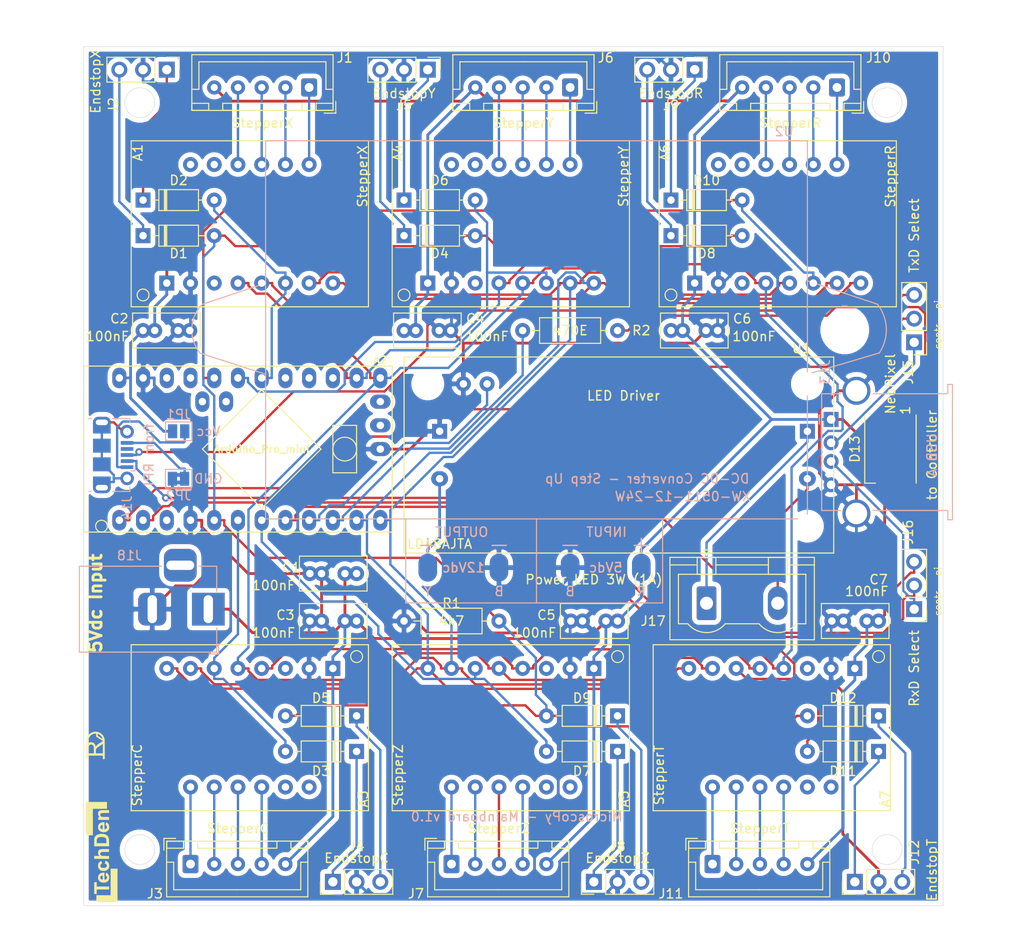
<source format=kicad_pcb>
(kicad_pcb (version 20171130) (host pcbnew "(5.1.5)-3")
  (title_block (title "MicroscoPi - Mainboard") (date 2020-08-09) (rev v1.0) (company TechDen))
  (layers (0 F.Cu signal) (31 B.Cu signal) (34 B.Paste user) (35 F.Paste user) (36 B.SilkS user) (37 F.SilkS user) (38 B.Mask user) (39 F.Mask user) (44 Edge.Cuts user))
  (net 0 "")
  (net 1 /GPIO11)
  (net 2 /GPIO10)
  (net 3 /GPIO09)
  (net 4 /GPIO08)
  (net 5 /GPIOA1)
  (net 6 "Net-(A1-Pad13)")
  (net 7 "Net-(A1-Pad12)")
  (net 8 "Net-(A1-Pad11)")
  (net 9 "Net-(A1-Pad10)")
  (net 10 GND)
  (net 11 VCC)
  (net 12 /GPIOA3)
  (net 13 /GPIOA2)
  (net 14 /GPIO05)
  (net 15 /GPIO04)
  (net 16 /GPIO03)
  (net 17 /GPIO02)
  (net 18 "Net-(A3-Pad13)")
  (net 19 "Net-(A3-Pad12)")
  (net 20 "Net-(A3-Pad11)")
  (net 21 "Net-(A3-Pad10)")
  (net 22 "Net-(A4-Pad13)")
  (net 23 "Net-(A4-Pad12)")
  (net 24 "Net-(A4-Pad11)")
  (net 25 "Net-(A4-Pad10)")
  (net 26 "Net-(A5-Pad13)")
  (net 27 "Net-(A5-Pad12)")
  (net 28 "Net-(A5-Pad11)")
  (net 29 "Net-(A5-Pad10)")
  (net 30 "Net-(A6-Pad13)")
  (net 31 "Net-(A6-Pad12)")
  (net 32 "Net-(A6-Pad11)")
  (net 33 "Net-(A6-Pad10)")
  (net 34 "Net-(A7-Pad13)")
  (net 35 "Net-(A7-Pad12)")
  (net 36 "Net-(A7-Pad11)")
  (net 37 "Net-(A7-Pad10)")
  (net 38 "Net-(D1-Pad1)")
  (net 39 "Net-(D2-Pad1)")
  (net 40 "Net-(D3-Pad1)")
  (net 41 "Net-(D4-Pad1)")
  (net 42 "Net-(D5-Pad1)")
  (net 43 "Net-(D6-Pad1)")
  (net 44 "Net-(D7-Pad1)")
  (net 45 "Net-(D8-Pad1)")
  (net 46 "Net-(D9-Pad1)")
  (net 47 "Net-(D10-Pad1)")
  (net 48 "Net-(D11-Pad1)")
  (net 49 "Net-(D12-Pad1)")
  (net 50 /RxD)
  (net 51 /TxD)
  (net 52 /RxD_Contr)
  (net 53 /TxD_Contr)
  (net 54 /TxD_RPI)
  (net 55 /RxD_RPI)
  (net 56 "Net-(J14-Pad1)")
  (net 57 "Net-(J14-Pad6)")
  (net 58 /GPIO07)
  (net 59 "Net-(D13-Pad4)")
  (net 60 /GPIO06)
  (net 61 "Net-(J17-Pad2)")
  (net 62 "Net-(J17-Pad1)")
  (net 63 +12V)
  (net 64 "Net-(J14-Pad5)")
  (module Module:XW-0511-12-24W (layer B.Cu) (at 179.915 49.32 180)
    (fp_text reference U2 (at 2.5 1) (layer B.SilkS) (effects (justify mirror)))
    (fp_text value XW-0511-12-24W (at 13.335 -38.1) (layer B.SilkS) (effects (justify mirror)))
    (fp_text user Y (at 40.64 -48.26) (layer B.SilkS) (effects (justify mirror)))
    (fp_text user B (at 33 -48.26) (layer B.SilkS) (effects (justify mirror)))
    (fp_text user B (at 25.4 -48.26 180) (layer B.SilkS) (effects (justify mirror)))
    (fp_text user R (at 17.78 -48.26) (layer B.SilkS) (effects (justify mirror)))
    (fp_text user 5Vdc (at 21.59 -45.72 180) (layer B.SilkS) (effects (justify mirror)))
    (fp_text user 12Vdc (at 36.83 -45.72 180) (layer B.SilkS) (effects (justify mirror)))
    (fp_text user + (at 40.64 -43.18) (layer B.SilkS) (effects (font (size 2 2)) (justify mirror)))
    (fp_text user - (at 33 -43.18) (layer B.SilkS) (effects (font (size 2 2)) (justify mirror)))
    (fp_text user - (at 25.4 -43.18 180) (layer B.SilkS) (effects (font (size 2 2)) (justify mirror)))
    (fp_text user + (at 17.78 -43.18 180) (layer B.SilkS) (effects (font (size 2 2)) (justify mirror)))
    (fp_text user OUTPUT (at 37 -41.91) (layer B.SilkS) (effects (justify mirror)))
    (fp_text user INPUT (at 21.5 -41.91) (layer B.SilkS) (effects (justify mirror)))
    (fp_text user 5Vdc (at 21.59 -45.72) (layer B.SilkS) (effects (justify mirror)))
    (fp_text user 12Vdc (at 36.83 -45.72) (layer B.SilkS) (effects (justify mirror)))
    (fp_text user "DC-DC Converter - Step Up" (at 17.145 -36.195 180) (layer B.SilkS) (effects (justify mirror)))
    (pad 4 smd oval (at 40.64 -45.72 180) (size 2 3) (layers B.Cu B.Mask) (net 63 +12V))
    (pad 1 smd oval (at 17.78 -45.72 180) (size 2 3) (layers B.Cu B.Mask) (net 11 VCC))
    (pad 3 smd oval (at 33.02 -45.72 180) (size 2 3) (layers B.Cu B.Mask) (net 10 GND))
    (pad 2 smd oval (at 25.4 -45.72 180) (size 2 3) (layers B.Cu B.Mask) (net 10 GND))
    (pad "" np_thru_hole circle (at 62 -20.25 180) (size 4.2 4.2) (drill 4.2) (layers *.Cu *.Mask))
    (pad "" np_thru_hole circle (at -4 -20.25 180) (size 4.2 4.2) (drill 4.2) (layers *.Cu *.Mask))
  )
  (module Module:LD48AJTA (layer F.Cu) (at 136.735 82.975)
    (fp_text reference U1 (at 42.545 -11.43) (layer F.SilkS))
    (fp_text value LD48AJTA (at 3.81 9.525) (layer F.SilkS))
    (fp_text user "LED Driver" (at 23.495 -6.35) (layer F.SilkS))
    (pad "" np_thru_hole circle (at 43.18 7.62) (size 2.5 2.5) (drill 2.5) (layers *.Cu *.Mask))
    (pad "" np_thru_hole circle (at 43.18 -7.62) (size 2.5 2.5) (drill 2.5) (layers *.Cu *.Mask))
    (pad "" np_thru_hole circle (at 2.54 -7.62) (size 2.5 2.5) (drill 2.5) (layers *.Cu *.Mask))
    (pad 6 thru_hole oval (at 8.89 -7.62) (size 1.6 1.6) (drill 0.8) (layers *.Cu *.Mask) (net 60 /GPIO06))
    (pad 5 thru_hole oval (at 6.35 -7.62) (size 1.6 1.6) (drill 0.8) (layers *.Cu *.Mask) (net 10 GND))
    (pad 4 thru_hole oval (at 43.18 2.54) (size 1.8 1.6) (drill 0.8) (layers *.Cu *.Mask) (net 61 "Net-(J17-Pad2)"))
    (pad 3 thru_hole rect (at 43.18 -2.54) (size 1.6 1.6) (drill 0.8) (layers *.Cu *.Mask) (net 62 "Net-(J17-Pad1)"))
    (pad 2 thru_hole oval (at 3.81 2.54) (size 1.8 1.6) (drill 0.8) (layers *.Cu *.Mask) (net 63 +12V))
    (pad 1 thru_hole rect (at 3.81 -2.54) (size 1.6 1.6) (drill 0.8) (layers *.Cu *.Mask) (net 10 GND))
  )
  (module Lib-Footprint:Arduino_pro_mini_v2 (layer F.Cu) (at 135.465 91.23 90)
    (fp_text reference A2 (at 18.415 -1.27 180) (layer F.SilkS) (effects (font (size 0.8 0.8) (thickness 0.16))))
    (fp_text value Arduino_Pro_mini (at 8.89 -13.97) (layer F.SilkS) (effects (font (size 0.8 0.8) (thickness 0.16))))
    (pad 35 thru_hole oval (at 8.89 -1.27) (size 2.19964 1.50114) (drill 0.8001) (layers *.Cu *.Mask) (net 10 GND))
    (pad 34 thru_hole oval (at 11.43 -1.27) (size 2.19964 1.50114) (drill 0.8001) (layers *.Cu *.Mask))
    (pad 33 thru_hole oval (at 13.97 -1.27) (size 2.19964 1.50114) (drill 0.8001) (layers *.Cu *.Mask))
    (pad 31 thru_hole oval (at 13.97 -20.32) (size 1.50114 2.19964) (drill 0.8001) (layers *.Cu *.Mask))
    (pad 32 thru_hole oval (at 13.97 -17.78) (size 1.50114 2.19964) (drill 0.8001) (layers *.Cu *.Mask))
    (pad 24 thru_hole oval (at 16.51 -29.21) (size 1.50114 2.19964) (drill 0.8001) (layers *.Cu *.Mask) (net 11 VCC))
    (pad 23 thru_hole oval (at 16.51 -26.67) (size 1.50114 2.19964) (drill 0.8001) (layers *.Cu *.Mask) (net 10 GND))
    (pad 22 thru_hole oval (at 16.51 -24.13) (size 1.50114 2.19964) (drill 0.8001) (layers *.Cu *.Mask))
    (pad 21 thru_hole oval (at 16.51 -21.59) (size 1.50114 2.19964) (drill 0.8001) (layers *.Cu *.Mask))
    (pad 20 thru_hole oval (at 16.51 -19.05) (size 1.50114 2.19964) (drill 0.8001) (layers *.Cu *.Mask) (net 12 /GPIOA3))
    (pad 19 thru_hole oval (at 16.51 -16.51) (size 1.50114 2.19964) (drill 0.8001) (layers *.Cu *.Mask) (net 13 /GPIOA2))
    (pad 18 thru_hole oval (at 16.51 -13.97) (size 1.50114 2.19964) (drill 0.8001) (layers *.Cu *.Mask) (net 5 /GPIOA1))
    (pad 17 thru_hole oval (at 16.51 -11.43) (size 1.50114 2.19964) (drill 0.8001) (layers *.Cu *.Mask))
    (pad 16 thru_hole oval (at 16.51 -8.89) (size 1.50114 2.19964) (drill 0.8001) (layers *.Cu *.Mask))
    (pad 15 thru_hole oval (at 16.51 -6.35) (size 1.50114 2.19964) (drill 0.8001) (layers *.Cu *.Mask))
    (pad 14 thru_hole oval (at 16.51 -3.81) (size 1.50114 2.19964) (drill 0.8001) (layers *.Cu *.Mask) (net 1 /GPIO11))
    (pad 13 thru_hole oval (at 16.51 -1.27) (size 1.50114 2.19964) (drill 0.8001) (layers *.Cu *.Mask) (net 2 /GPIO10))
    (pad 12 thru_hole oval (at 1.27 -1.27) (size 1.50114 2.19964) (drill 0.8001) (layers *.Cu *.Mask) (net 3 /GPIO09))
    (pad 11 thru_hole oval (at 1.27 -3.81) (size 1.50114 2.19964) (drill 0.8001) (layers *.Cu *.Mask) (net 4 /GPIO08))
    (pad 10 thru_hole oval (at 1.27 -6.35) (size 1.50114 2.19964) (drill 0.8001) (layers *.Cu *.Mask) (net 58 /GPIO07))
    (pad 9 thru_hole oval (at 1.27 -8.89) (size 1.50114 2.19964) (drill 0.8001) (layers *.Cu *.Mask) (net 60 /GPIO06))
    (pad 8 thru_hole oval (at 1.27 -11.43) (size 1.50114 2.19964) (drill 0.8001) (layers *.Cu *.Mask) (net 14 /GPIO05))
    (pad 7 thru_hole oval (at 1.27 -13.97) (size 1.50114 2.19964) (drill 0.8001) (layers *.Cu *.Mask) (net 15 /GPIO04))
    (pad 6 thru_hole oval (at 1.27 -16.51) (size 1.50114 2.19964) (drill 0.8001) (layers *.Cu *.Mask) (net 16 /GPIO03))
    (pad 5 thru_hole oval (at 1.27 -19.05) (size 1.50114 2.19964) (drill 0.8001) (layers *.Cu *.Mask) (net 17 /GPIO02))
    (pad 4 thru_hole oval (at 1.27 -21.59) (size 1.50114 2.19964) (drill 0.8001) (layers *.Cu *.Mask) (net 10 GND))
    (pad 3 thru_hole oval (at 1.27 -24.13) (size 1.50114 2.19964) (drill 0.8001) (layers *.Cu *.Mask))
    (pad 2 thru_hole oval (at 1.27 -26.67) (size 1.50114 2.19964) (drill 0.8001) (layers *.Cu *.Mask) (net 50 /RxD))
    (pad 1 thru_hole oval (at 1.27 -29.21) (size 1.50114 2.19964) (drill 0.8001) (layers *.Cu *.Mask) (net 51 /TxD))
  )
  (module Jumper:SolderJumper-2_P1.3mm_Bridged2Bar_Pad1.0x1.5mm (layer B.Cu) (at 112.59 85.515)
    (fp_text reference JP2 (at 0 1.8) (layer B.SilkS) (effects (justify mirror)))
    (fp_text value GND (at 3.19 0) (layer B.SilkS) (effects (justify mirror)))
    (fp_poly (pts (xy -0.25 0.6) (xy 0.25 0.6) (xy 0.25 0.2) (xy -0.25 0.2)) (layer B.Cu) (width 0))
    (fp_poly (pts (xy -0.25 -0.2) (xy 0.25 -0.2) (xy 0.25 -0.6) (xy -0.25 -0.6)) (layer B.Cu) (width 0))
    (pad 2 smd rect (at 0.65 0) (size 1 1.5) (layers B.Cu B.Mask) (net 64 "Net-(J14-Pad5)"))
    (pad 1 smd rect (at -0.65 0) (size 1 1.5) (layers B.Cu B.Mask) (net 10 GND))
  )
  (module Connector_Phoenix_GMSTB:PhoenixContact_GMSTBVA_2,5_2-G-7,62_1x02_P7.62mm_Vertical (layer F.Cu) (at 169.12 98.85)
    (fp_text reference J17 (at -5.715 1.905) (layer F.SilkS))
    (fp_text value "Power LED 3W (1A)" (at -12.065 -2.54) (layer F.SilkS))
    (pad 2 thru_hole oval (at 7.62 0) (size 2.1 3.6) (drill 1.4) (layers *.Cu *.Mask) (net 61 "Net-(J17-Pad2)"))
    (pad 1 thru_hole roundrect (at 0 0) (size 2.1 3.6) (drill 1.4) (layers *.Cu *.Mask) (roundrect_rratio 0.119048) (net 62 "Net-(J17-Pad1)"))
  )
  (module Connector_BarrelJack:BarrelJack_Horizontal (layer B.Cu) (at 115.78 99.485)
    (fp_text reference J18 (at -8.45 -5.75) (layer B.SilkS) (effects (justify mirror)))
    (fp_text value "Power Jack")
    (fp_text user "5Vdc Input" (at -12.065 -0.635 270) (layer F.SilkS) (effects (font (size 1.3 1.3) (thickness 0.3))))
    (pad 3 thru_hole roundrect (at -3 -4.7) (size 3.5 3.5) (drill oval 3 1) (layers *.Cu *.Mask))
    (pad 2 thru_hole roundrect (at -6 0) (size 3 3.5) (drill oval 1 3) (layers *.Cu *.Mask) (net 10 GND))
    (pad 1 thru_hole rect (at 0 0) (size 3.5 3.5) (drill oval 1 3) (layers *.Cu *.Mask) (net 11 VCC))
  )
  (module Jumper:SolderJumper-2_P1.3mm_Open_Pad1.0x1.5mm (layer B.Cu) (at 112.605 80.435 180)
    (fp_text reference JP1 (at 0 1.8) (layer B.SilkS) (effects (justify mirror)))
    (fp_text value Vcc (at -3.175 0) (layer B.SilkS) (effects (justify mirror)))
    (pad 1 smd rect (at -0.65 0 180) (size 1 1.5) (layers B.Cu B.Mask) (net 56 "Net-(J14-Pad1)"))
    (pad 2 smd rect (at 0.65 0 180) (size 1 1.5) (layers B.Cu B.Mask) (net 11 VCC))
  )
  (module Connector_PinHeader_2.54mm:PinHeader_1x03_P2.54mm_Vertical (layer F.Cu) (at 184.995 128.695 90)
    (fp_text reference J12 (at 3.175 6.35 90) (layer F.SilkS))
    (fp_text value EndstopT (at 1.27 8.255 90) (layer F.SilkS))
    (pad 3 thru_hole oval (at 0 5.08 90) (size 1.7 1.7) (drill 1) (layers *.Cu *.Mask) (net 49 "Net-(D12-Pad1)"))
    (pad 2 thru_hole oval (at 0 2.54 90) (size 1.7 1.7) (drill 1) (layers *.Cu *.Mask) (net 10 GND))
    (pad 1 thru_hole rect (at 0 0 90) (size 1.7 1.7) (drill 1) (layers *.Cu *.Mask) (net 48 "Net-(D11-Pad1)"))
  )
  (module Connector_PinHeader_2.54mm:PinHeader_1x03_P2.54mm_Vertical (layer F.Cu) (at 167.85 41.7 270)
    (fp_text reference J9 (at 3.81 2.54 180) (layer F.SilkS))
    (fp_text value EndstopR (at 2.54 2.54 180) (layer F.SilkS))
    (pad 3 thru_hole oval (at 0 5.08 270) (size 1.7 1.7) (drill 1) (layers *.Cu *.Mask) (net 45 "Net-(D8-Pad1)"))
    (pad 2 thru_hole oval (at 0 2.54 270) (size 1.7 1.7) (drill 1) (layers *.Cu *.Mask) (net 10 GND))
    (pad 1 thru_hole rect (at 0 0 270) (size 1.7 1.7) (drill 1) (layers *.Cu *.Mask) (net 47 "Net-(D10-Pad1)"))
  )
  (module Connector_PinHeader_2.54mm:PinHeader_1x03_P2.54mm_Vertical (layer F.Cu) (at 157.055 128.695 90)
    (fp_text reference J8 (at 3.81 2.54 180) (layer F.SilkS))
    (fp_text value EndstopZ (at 2.54 2.54 180) (layer F.SilkS))
    (pad 3 thru_hole oval (at 0 5.08 90) (size 1.7 1.7) (drill 1) (layers *.Cu *.Mask) (net 46 "Net-(D9-Pad1)"))
    (pad 2 thru_hole oval (at 0 2.54 90) (size 1.7 1.7) (drill 1) (layers *.Cu *.Mask) (net 10 GND))
    (pad 1 thru_hole rect (at 0 0 90) (size 1.7 1.7) (drill 1) (layers *.Cu *.Mask) (net 44 "Net-(D7-Pad1)"))
  )
  (module Connector_PinHeader_2.54mm:PinHeader_1x03_P2.54mm_Vertical (layer F.Cu) (at 139.275 41.7 270)
    (fp_text reference J5 (at 3.81 2.54 180) (layer F.SilkS))
    (fp_text value EndstopY (at 2.54 2.54 180) (layer F.SilkS))
    (pad 3 thru_hole oval (at 0 5.08 270) (size 1.7 1.7) (drill 1) (layers *.Cu *.Mask) (net 41 "Net-(D4-Pad1)"))
    (pad 2 thru_hole oval (at 0 2.54 270) (size 1.7 1.7) (drill 1) (layers *.Cu *.Mask) (net 10 GND))
    (pad 1 thru_hole rect (at 0 0 270) (size 1.7 1.7) (drill 1) (layers *.Cu *.Mask) (net 43 "Net-(D6-Pad1)"))
  )
  (module Connector_PinHeader_2.54mm:PinHeader_1x03_P2.54mm_Vertical (layer F.Cu) (at 111.335 41.7 270)
    (fp_text reference J2 (at 3.81 5.715 90) (layer F.SilkS))
    (fp_text value EndstopX (at 1.27 7.62 90) (layer F.SilkS))
    (pad 3 thru_hole oval (at 0 5.08 270) (size 1.7 1.7) (drill 1) (layers *.Cu *.Mask) (net 38 "Net-(D1-Pad1)"))
    (pad 2 thru_hole oval (at 0 2.54 270) (size 1.7 1.7) (drill 1) (layers *.Cu *.Mask) (net 10 GND))
    (pad 1 thru_hole rect (at 0 0 270) (size 1.7 1.7) (drill 1) (layers *.Cu *.Mask) (net 39 "Net-(D2-Pad1)"))
  )
  (module Resistor_THT:R_Axial_DIN0207_L6.3mm_D2.5mm_P10.16mm_Horizontal (layer F.Cu) (at 149.435 69.64)
    (fp_text reference R2 (at 12.7 0) (layer F.SilkS))
    (fp_text value 470E (at 5.08 0) (layer F.SilkS))
    (pad 2 thru_hole oval (at 10.16 0) (size 1.6 1.6) (drill 0.8) (layers *.Cu *.Mask) (net 59 "Net-(D13-Pad4)"))
    (pad 1 thru_hole circle (at 0 0) (size 1.6 1.6) (drill 0.8) (layers *.Cu *.Mask) (net 58 /GPIO07))
  )
  (module LED_SMD:LED_WS2812B_PLCC4_5.0x5.0mm_P3.2mm (layer F.Cu) (at 188.805 82.34 270)
    (fp_text reference D13 (at 0 3.81 90) (layer F.SilkS))
    (fp_text value WS2812B)
    (fp_text user 1 (at -4.15 -1.6 90) (layer F.SilkS))
    (fp_text user NeoPixel (at -6.985 0 90) (layer F.SilkS))
    (pad 1 smd rect (at -2.45 -1.6 270) (size 1.5 1) (layers F.Cu F.Paste F.Mask) (net 11 VCC))
    (pad 2 smd rect (at -2.45 1.6 270) (size 1.5 1) (layers F.Cu F.Paste F.Mask))
    (pad 4 smd rect (at 2.45 -1.6 270) (size 1.5 1) (layers F.Cu F.Paste F.Mask) (net 59 "Net-(D13-Pad4)"))
    (pad 3 smd rect (at 2.45 1.6 270) (size 1.5 1) (layers F.Cu F.Paste F.Mask) (net 10 GND))
  )
  (module "Logo:RvD Logo inverted small" (layer F.Cu) (at 103.715 114.09 90)
    (fp_text reference L2 hide)
    (fp_text value Logo-RvD hide)
  )
  (module "Logo:TechDen Logo - inverted" (layer F.Cu) (at 104.35 125.52 90)
    (fp_text reference L1 hide)
    (fp_text value Logo-TechDen hide)
  )
  (module Connector_PinHeader_2.54mm:PinHeader_1x03_P2.54mm_Vertical (layer F.Cu) (at 191.345 99.485 180)
    (fp_text reference J16 (at 0.635 8.255 90) (layer F.SilkS))
    (fp_text value "RxD Select" (at 0 -6.35 270) (layer F.SilkS))
    (fp_text user "contr   pi" (at -2.54 1.905 270) (layer F.SilkS) (effects (font (size 0.7 0.7) (thickness 0.1))))
    (pad 1 thru_hole rect (at 0 0 180) (size 1.7 1.7) (drill 1) (layers *.Cu *.Mask) (net 52 /RxD_Contr))
    (pad 2 thru_hole oval (at 0 2.54 180) (size 1.7 1.7) (drill 1) (layers *.Cu *.Mask) (net 50 /RxD))
    (pad 3 thru_hole oval (at 0 5.08 180) (size 1.7 1.7) (drill 1) (layers *.Cu *.Mask) (net 55 /RxD_RPI))
  )
  (module Resistor_THT:R_Axial_DIN0207_L6.3mm_D2.5mm_P10.16mm_Horizontal (layer F.Cu) (at 146.895 100.755 180)
    (fp_text reference R1 (at 5.08 1.905) (layer F.SilkS))
    (fp_text value 4k7 (at 5.08 0) (layer F.SilkS))
    (pad 2 thru_hole oval (at 10.16 0 180) (size 1.6 1.6) (drill 0.8) (layers *.Cu *.Mask) (net 10 GND))
    (pad 1 thru_hole circle (at 0 0 180) (size 1.6 1.6) (drill 0.8) (layers *.Cu *.Mask) (net 17 /GPIO02))
  )
  (module Connector_PinHeader_2.54mm:PinHeader_1x03_P2.54mm_Vertical (layer F.Cu) (at 191.345 70.91 180)
    (fp_text reference J15 (at 0.635 -3.175 90) (layer F.SilkS))
    (fp_text value "TxD Select" (at 0 11.43 270) (layer F.SilkS))
    (fp_text user "contr   pi" (at -2.54 1.905 270) (layer F.SilkS) (effects (font (size 0.7 0.7) (thickness 0.1))))
    (pad 3 thru_hole oval (at 0 5.08 180) (size 1.7 1.7) (drill 1) (layers *.Cu *.Mask) (net 54 /TxD_RPI))
    (pad 2 thru_hole oval (at 0 2.54 180) (size 1.7 1.7) (drill 1) (layers *.Cu *.Mask) (net 51 /TxD))
    (pad 1 thru_hole rect (at 0 0 180) (size 1.7 1.7) (drill 1) (layers *.Cu *.Mask) (net 53 /TxD_Contr))
  )
  (module Connector_USB:USB_Micro-B_Molex-105017-0001 (layer B.Cu) (at 105.62 82.975 90)
    (fp_text reference J14 (at -5.685 1.4625 90) (layer B.SilkS) (effects (justify mirror)))
    (fp_text value "from RPI" (at 0 3.81 90) (layer B.SilkS) (effects (justify mirror)))
    (pad 6 smd rect (at -2.9 -1.2375 90) (size 1.2 1.9) (layers B.Cu B.Mask) (net 57 "Net-(J14-Pad6)"))
    (pad 6 smd rect (at 2.9 -1.2375 90) (size 1.2 1.9) (layers B.Cu B.Mask) (net 57 "Net-(J14-Pad6)"))
    (pad 6 thru_hole oval (at 3.5 -1.2375 90) (size 1.2 1.9) (drill oval 0.6 1.3) (layers *.Cu *.Mask) (net 57 "Net-(J14-Pad6)"))
    (pad 6 thru_hole oval (at -3.5 -1.2375 270) (size 1.2 1.9) (drill oval 0.6 1.3) (layers *.Cu *.Mask) (net 57 "Net-(J14-Pad6)"))
    (pad 6 smd rect (at -1 -1.2375 90) (size 1.5 1.9) (layers B.Cu B.Paste B.Mask) (net 57 "Net-(J14-Pad6)"))
    (pad 6 thru_hole circle (at 2.5 1.4625 90) (size 1.45 1.45) (drill 0.85) (layers *.Cu *.Mask) (net 57 "Net-(J14-Pad6)"))
    (pad 3 smd rect (at 0 1.4625 90) (size 0.4 1.35) (layers B.Cu B.Paste B.Mask) (net 54 /TxD_RPI))
    (pad 4 smd rect (at 0.65 1.4625 90) (size 0.4 1.35) (layers B.Cu B.Paste B.Mask))
    (pad 5 smd rect (at 1.3 1.4625 90) (size 0.4 1.35) (layers B.Cu B.Paste B.Mask) (net 64 "Net-(J14-Pad5)"))
    (pad 1 smd rect (at -1.3 1.4625 90) (size 0.4 1.35) (layers B.Cu B.Paste B.Mask) (net 56 "Net-(J14-Pad1)"))
    (pad 2 smd rect (at -0.65 1.4625 90) (size 0.4 1.35) (layers B.Cu B.Paste B.Mask) (net 55 /RxD_RPI))
    (pad 6 thru_hole circle (at -2.5 1.4625 90) (size 1.45 1.45) (drill 0.85) (layers *.Cu *.Mask) (net 57 "Net-(J14-Pad6)"))
    (pad 6 smd rect (at 1 -1.2375 90) (size 1.5 1.9) (layers B.Cu B.Paste B.Mask) (net 57 "Net-(J14-Pad6)"))
  )
  (module Capacitor_THT:C_Rect_L7.0mm_W3.5mm_P2.50mm_P5.00mm (layer F.Cu) (at 187.535 100.755 180)
    (fp_text reference C7 (at 0 4.445) (layer F.SilkS))
    (fp_text value 100nF (at 1.27 3.175) (layer F.SilkS))
    (pad 2 thru_hole circle (at 5 0 180) (size 1.6 1.6) (drill 0.8) (layers *.Cu *.Mask) (net 10 GND))
    (pad 1 thru_hole circle (at 0 0 180) (size 1.6 1.6) (drill 0.8) (layers *.Cu *.Mask) (net 11 VCC))
    (pad 2 thru_hole circle (at 3.75 0 180) (size 1.6 1.6) (drill 0.8) (layers *.Cu *.Mask) (net 10 GND))
    (pad 1 thru_hole circle (at 1.25 0 180) (size 1.6 1.6) (drill 0.8) (layers *.Cu *.Mask) (net 11 VCC))
  )
  (module Capacitor_THT:C_Rect_L7.0mm_W3.5mm_P2.50mm_P5.00mm (layer F.Cu) (at 165.31 69.64)
    (fp_text reference C6 (at 7.62 -1.27) (layer F.SilkS))
    (fp_text value 100nF (at 8.89 0.635) (layer F.SilkS))
    (pad 2 thru_hole circle (at 5 0) (size 1.6 1.6) (drill 0.8) (layers *.Cu *.Mask) (net 10 GND))
    (pad 1 thru_hole circle (at 0 0) (size 1.6 1.6) (drill 0.8) (layers *.Cu *.Mask) (net 11 VCC))
    (pad 2 thru_hole circle (at 3.75 0) (size 1.6 1.6) (drill 0.8) (layers *.Cu *.Mask) (net 10 GND))
    (pad 1 thru_hole circle (at 1.25 0) (size 1.6 1.6) (drill 0.8) (layers *.Cu *.Mask) (net 11 VCC))
  )
  (module Capacitor_THT:C_Rect_L7.0mm_W3.5mm_P2.50mm_P5.00mm (layer F.Cu) (at 159.595 100.755 180)
    (fp_text reference C5 (at 7.62 0.635) (layer F.SilkS))
    (fp_text value 100nF (at 8.89 -1.27) (layer F.SilkS))
    (pad 2 thru_hole circle (at 5 0 180) (size 1.6 1.6) (drill 0.8) (layers *.Cu *.Mask) (net 10 GND))
    (pad 1 thru_hole circle (at 0 0 180) (size 1.6 1.6) (drill 0.8) (layers *.Cu *.Mask) (net 11 VCC))
    (pad 2 thru_hole circle (at 3.75 0 180) (size 1.6 1.6) (drill 0.8) (layers *.Cu *.Mask) (net 10 GND))
    (pad 1 thru_hole circle (at 1.25 0 180) (size 1.6 1.6) (drill 0.8) (layers *.Cu *.Mask) (net 11 VCC))
  )
  (module Capacitor_THT:C_Rect_L7.0mm_W3.5mm_P2.50mm_P5.00mm (layer F.Cu) (at 136.735 69.64)
    (fp_text reference C4 (at 7.62 -1.27) (layer F.SilkS))
    (fp_text value 100nF (at 8.89 0.635) (layer F.SilkS))
    (pad 2 thru_hole circle (at 5 0) (size 1.6 1.6) (drill 0.8) (layers *.Cu *.Mask) (net 10 GND))
    (pad 1 thru_hole circle (at 0 0) (size 1.6 1.6) (drill 0.8) (layers *.Cu *.Mask) (net 11 VCC))
    (pad 2 thru_hole circle (at 3.75 0) (size 1.6 1.6) (drill 0.8) (layers *.Cu *.Mask) (net 10 GND))
    (pad 1 thru_hole circle (at 1.25 0) (size 1.6 1.6) (drill 0.8) (layers *.Cu *.Mask) (net 11 VCC))
  )
  (module Capacitor_THT:C_Rect_L7.0mm_W3.5mm_P2.50mm_P5.00mm (layer F.Cu) (at 131.655 100.755 180)
    (fp_text reference C3 (at 7.62 0.635) (layer F.SilkS))
    (fp_text value 100nF (at 8.89 -1.27) (layer F.SilkS))
    (pad 2 thru_hole circle (at 5 0 180) (size 1.6 1.6) (drill 0.8) (layers *.Cu *.Mask) (net 10 GND))
    (pad 1 thru_hole circle (at 0 0 180) (size 1.6 1.6) (drill 0.8) (layers *.Cu *.Mask) (net 11 VCC))
    (pad 2 thru_hole circle (at 3.75 0 180) (size 1.6 1.6) (drill 0.8) (layers *.Cu *.Mask) (net 10 GND))
    (pad 1 thru_hole circle (at 1.25 0 180) (size 1.6 1.6) (drill 0.8) (layers *.Cu *.Mask) (net 11 VCC))
  )
  (module Capacitor_THT:C_Rect_L7.0mm_W3.5mm_P2.50mm_P5.00mm (layer F.Cu) (at 108.795 69.64)
    (fp_text reference C2 (at -2.54 -1.27) (layer F.SilkS))
    (fp_text value 100nF (at -3.81 0.635) (layer F.SilkS))
    (pad 2 thru_hole circle (at 5 0) (size 1.6 1.6) (drill 0.8) (layers *.Cu *.Mask) (net 10 GND))
    (pad 1 thru_hole circle (at 0 0) (size 1.6 1.6) (drill 0.8) (layers *.Cu *.Mask) (net 11 VCC))
    (pad 2 thru_hole circle (at 3.75 0) (size 1.6 1.6) (drill 0.8) (layers *.Cu *.Mask) (net 10 GND))
    (pad 1 thru_hole circle (at 1.25 0) (size 1.6 1.6) (drill 0.8) (layers *.Cu *.Mask) (net 11 VCC))
  )
  (module Capacitor_THT:C_Rect_L7.0mm_W3.5mm_P2.50mm_P5.00mm (layer F.Cu) (at 131.655 95.675 180)
    (fp_text reference C1 (at 6.985 0.635) (layer F.SilkS))
    (fp_text value 100nF (at 8.89 -1.27) (layer F.SilkS))
    (pad 2 thru_hole circle (at 5 0 180) (size 1.6 1.6) (drill 0.8) (layers *.Cu *.Mask) (net 10 GND))
    (pad 1 thru_hole circle (at 0 0 180) (size 1.6 1.6) (drill 0.8) (layers *.Cu *.Mask) (net 11 VCC))
    (pad 2 thru_hole circle (at 3.75 0 180) (size 1.6 1.6) (drill 0.8) (layers *.Cu *.Mask) (net 10 GND))
    (pad 1 thru_hole circle (at 1.25 0 180) (size 1.6 1.6) (drill 0.8) (layers *.Cu *.Mask) (net 11 VCC))
  )
  (module Connector_USB:USB_A_Stewart_SS-52100-001_Horizontal (layer B.Cu) (at 182.455 79.165 270)
    (fp_text reference J13 (at -5.08 0.635 270) (layer B.SilkS) (effects (justify mirror)))
    (fp_text value "USB A" (at 3.81 -10.795 270) (layer B.SilkS) (effects (justify mirror)))
    (fp_text user "to Controller" (at 3.81 -10.795 270) (layer F.SilkS))
    (pad 5 thru_hole circle (at 10.07 -2.71 270) (size 3 3) (drill 2.3) (layers *.Cu *.Mask) (net 10 GND))
    (pad 5 thru_hole circle (at -3.07 -2.71 270) (size 3 3) (drill 2.3) (layers *.Cu *.Mask) (net 10 GND))
    (pad 1 thru_hole rect (at 0 0 270) (size 1.6 1.6) (drill 0.92) (layers *.Cu *.Mask) (net 11 VCC))
    (pad 2 thru_hole circle (at 2.5 0 270) (size 1.6 1.6) (drill 0.92) (layers *.Cu *.Mask) (net 53 /TxD_Contr))
    (pad 3 thru_hole circle (at 4.5 0 270) (size 1.6 1.6) (drill 0.92) (layers *.Cu *.Mask) (net 52 /RxD_Contr))
    (pad 4 thru_hole circle (at 7 0 270) (size 1.6 1.6) (drill 0.92) (layers *.Cu *.Mask) (net 10 GND))
  )
  (module Connector_JST:JST_XH_B5B-XH-A_1x05_P2.54mm_Vertical (layer F.Cu) (at 169.755 126.79)
    (fp_text reference J11 (at -4.445 3.175) (layer F.SilkS))
    (fp_text value StepperT (at 5.08 -3.81) (layer F.SilkS))
    (pad 5 thru_hole circle (at 10.16 0) (size 1.524 1.524) (drill 0.762) (layers *.Cu *.Mask) (net 11 VCC))
    (pad 4 thru_hole circle (at 7.62 0) (size 1.524 1.524) (drill 0.762) (layers *.Cu *.Mask) (net 34 "Net-(A7-Pad13)"))
    (pad 3 thru_hole circle (at 5.08 0) (size 1.524 1.524) (drill 0.762) (layers *.Cu *.Mask) (net 35 "Net-(A7-Pad12)"))
    (pad 2 thru_hole circle (at 2.54 0) (size 1.524 1.524) (drill 0.762) (layers *.Cu *.Mask) (net 36 "Net-(A7-Pad11)"))
    (pad 1 thru_hole roundrect (at 0 0) (size 1.7 1.95) (drill 0.95) (layers *.Cu *.Mask) (roundrect_rratio 0.147059) (net 37 "Net-(A7-Pad10)"))
  )
  (module Connector_JST:JST_XH_B5B-XH-A_1x05_P2.54mm_Vertical (layer F.Cu) (at 183.09 43.605 180)
    (fp_text reference J10 (at -4.445 3.175) (layer F.SilkS))
    (fp_text value StepperR (at 5 -3.81) (layer F.SilkS))
    (pad 5 thru_hole circle (at 10.16 0 180) (size 1.524 1.524) (drill 0.762) (layers *.Cu *.Mask) (net 11 VCC))
    (pad 4 thru_hole circle (at 7.62 0 180) (size 1.524 1.524) (drill 0.762) (layers *.Cu *.Mask) (net 30 "Net-(A6-Pad13)"))
    (pad 3 thru_hole circle (at 5.08 0 180) (size 1.524 1.524) (drill 0.762) (layers *.Cu *.Mask) (net 31 "Net-(A6-Pad12)"))
    (pad 2 thru_hole circle (at 2.54 0 180) (size 1.524 1.524) (drill 0.762) (layers *.Cu *.Mask) (net 32 "Net-(A6-Pad11)"))
    (pad 1 thru_hole roundrect (at 0 0 180) (size 1.7 1.95) (drill 0.95) (layers *.Cu *.Mask) (roundrect_rratio 0.147059) (net 33 "Net-(A6-Pad10)"))
  )
  (module Connector_JST:JST_XH_B5B-XH-A_1x05_P2.54mm_Vertical (layer F.Cu) (at 141.815 126.79)
    (fp_text reference J7 (at -3.81 3.175) (layer F.SilkS))
    (fp_text value StepperZ (at 5.08 -3.81) (layer F.SilkS))
    (pad 5 thru_hole circle (at 10.16 0) (size 1.524 1.524) (drill 0.762) (layers *.Cu *.Mask) (net 11 VCC))
    (pad 4 thru_hole circle (at 7.62 0) (size 1.524 1.524) (drill 0.762) (layers *.Cu *.Mask) (net 26 "Net-(A5-Pad13)"))
    (pad 3 thru_hole circle (at 5.08 0) (size 1.524 1.524) (drill 0.762) (layers *.Cu *.Mask) (net 27 "Net-(A5-Pad12)"))
    (pad 2 thru_hole circle (at 2.54 0) (size 1.524 1.524) (drill 0.762) (layers *.Cu *.Mask) (net 28 "Net-(A5-Pad11)"))
    (pad 1 thru_hole roundrect (at 0 0) (size 1.7 1.95) (drill 0.95) (layers *.Cu *.Mask) (roundrect_rratio 0.147059) (net 29 "Net-(A5-Pad10)"))
  )
  (module Connector_JST:JST_XH_B5B-XH-A_1x05_P2.54mm_Vertical (layer F.Cu) (at 154.515 43.605 180)
    (fp_text reference J6 (at -3.81 3.175) (layer F.SilkS))
    (fp_text value StepperY (at 5 -3.81) (layer F.SilkS))
    (pad 1 thru_hole roundrect (at 0 0 180) (size 1.7 1.95) (drill 0.95) (layers *.Cu *.Mask) (roundrect_rratio 0.147059) (net 25 "Net-(A4-Pad10)"))
    (pad 2 thru_hole circle (at 2.54 0 180) (size 1.524 1.524) (drill 0.762) (layers *.Cu *.Mask) (net 24 "Net-(A4-Pad11)"))
    (pad 3 thru_hole circle (at 5.08 0 180) (size 1.524 1.524) (drill 0.762) (layers *.Cu *.Mask) (net 23 "Net-(A4-Pad12)"))
    (pad 4 thru_hole circle (at 7.62 0 180) (size 1.524 1.524) (drill 0.762) (layers *.Cu *.Mask) (net 22 "Net-(A4-Pad13)"))
    (pad 5 thru_hole circle (at 10.16 0 180) (size 1.524 1.524) (drill 0.762) (layers *.Cu *.Mask) (net 11 VCC))
  )
  (module Connector_PinHeader_2.54mm:PinHeader_1x03_P2.54mm_Vertical (layer F.Cu) (at 129.115 128.695 90)
    (fp_text reference J4 (at 3.81 2.54 180) (layer F.SilkS))
    (fp_text value EndstopC (at 2.54 2.54 180) (layer F.SilkS))
    (pad 3 thru_hole oval (at 0 5.08 90) (size 1.7 1.7) (drill 1) (layers *.Cu *.Mask) (net 42 "Net-(D5-Pad1)"))
    (pad 2 thru_hole oval (at 0 2.54 90) (size 1.7 1.7) (drill 1) (layers *.Cu *.Mask) (net 10 GND))
    (pad 1 thru_hole rect (at 0 0 90) (size 1.7 1.7) (drill 1) (layers *.Cu *.Mask) (net 40 "Net-(D3-Pad1)"))
  )
  (module Connector_JST:JST_XH_B5B-XH-A_1x05_P2.54mm_Vertical (layer F.Cu) (at 113.875 126.79)
    (fp_text reference J3 (at -3.81 3.175) (layer F.SilkS))
    (fp_text value StepperC (at 5.08 -3.81) (layer F.SilkS))
    (pad 5 thru_hole circle (at 10.16 0) (size 1.524 1.524) (drill 0.762) (layers *.Cu *.Mask) (net 11 VCC))
    (pad 4 thru_hole circle (at 7.62 0) (size 1.524 1.524) (drill 0.762) (layers *.Cu *.Mask) (net 18 "Net-(A3-Pad13)"))
    (pad 3 thru_hole circle (at 5.08 0) (size 1.524 1.524) (drill 0.762) (layers *.Cu *.Mask) (net 19 "Net-(A3-Pad12)"))
    (pad 2 thru_hole circle (at 2.54 0) (size 1.524 1.524) (drill 0.762) (layers *.Cu *.Mask) (net 20 "Net-(A3-Pad11)"))
    (pad 1 thru_hole roundrect (at 0 0) (size 1.7 1.95) (drill 0.95) (layers *.Cu *.Mask) (roundrect_rratio 0.147059) (net 21 "Net-(A3-Pad10)"))
  )
  (module Diode_THT:D_DO-35_SOD27_P7.62mm_Horizontal (layer F.Cu) (at 187.535 110.915 180)
    (fp_text reference D12 (at 3.81 1.905) (layer F.SilkS))
    (fp_text value DUS)
    (pad 2 thru_hole oval (at 7.62 0 180) (size 1.6 1.6) (drill 0.8) (layers *.Cu *.Mask) (net 17 /GPIO02))
    (pad 1 thru_hole rect (at 0 0 180) (size 1.6 1.6) (drill 0.8) (layers *.Cu *.Mask) (net 49 "Net-(D12-Pad1)"))
  )
  (module Diode_THT:D_DO-35_SOD27_P7.62mm_Horizontal (layer F.Cu) (at 187.535 114.725 180)
    (fp_text reference D11 (at 3.81 -2.12) (layer F.SilkS))
    (fp_text value DUS)
    (pad 2 thru_hole oval (at 7.62 0 180) (size 1.6 1.6) (drill 0.8) (layers *.Cu *.Mask) (net 14 /GPIO05))
    (pad 1 thru_hole rect (at 0 0 180) (size 1.6 1.6) (drill 0.8) (layers *.Cu *.Mask) (net 48 "Net-(D11-Pad1)"))
  )
  (module Diode_THT:D_DO-35_SOD27_P7.62mm_Horizontal (layer F.Cu) (at 165.31 55.67)
    (fp_text reference D10 (at 3.81 -2.12) (layer F.SilkS))
    (fp_text value DUS)
    (pad 2 thru_hole oval (at 7.62 0) (size 1.6 1.6) (drill 0.8) (layers *.Cu *.Mask) (net 12 /GPIOA3))
    (pad 1 thru_hole rect (at 0 0) (size 1.6 1.6) (drill 0.8) (layers *.Cu *.Mask) (net 47 "Net-(D10-Pad1)"))
  )
  (module Diode_THT:D_DO-35_SOD27_P7.62mm_Horizontal (layer F.Cu) (at 159.595 110.915 180)
    (fp_text reference D9 (at 3.81 1.905) (layer F.SilkS))
    (fp_text value DUS)
    (pad 2 thru_hole oval (at 7.62 0 180) (size 1.6 1.6) (drill 0.8) (layers *.Cu *.Mask) (net 17 /GPIO02))
    (pad 1 thru_hole rect (at 0 0 180) (size 1.6 1.6) (drill 0.8) (layers *.Cu *.Mask) (net 46 "Net-(D9-Pad1)"))
  )
  (module Diode_THT:D_DO-35_SOD27_P7.62mm_Horizontal (layer F.Cu) (at 165.31 59.48)
    (fp_text reference D8 (at 3.81 1.905) (layer F.SilkS))
    (fp_text value DUS)
    (pad 2 thru_hole oval (at 7.62 0) (size 1.6 1.6) (drill 0.8) (layers *.Cu *.Mask) (net 17 /GPIO02))
    (pad 1 thru_hole rect (at 0 0) (size 1.6 1.6) (drill 0.8) (layers *.Cu *.Mask) (net 45 "Net-(D8-Pad1)"))
  )
  (module Diode_THT:D_DO-35_SOD27_P7.62mm_Horizontal (layer F.Cu) (at 159.595 114.725 180)
    (fp_text reference D7 (at 3.81 -2.12) (layer F.SilkS))
    (fp_text value DUS)
    (pad 2 thru_hole oval (at 7.62 0 180) (size 1.6 1.6) (drill 0.8) (layers *.Cu *.Mask) (net 15 /GPIO04))
    (pad 1 thru_hole rect (at 0 0 180) (size 1.6 1.6) (drill 0.8) (layers *.Cu *.Mask) (net 44 "Net-(D7-Pad1)"))
  )
  (module Diode_THT:D_DO-35_SOD27_P7.62mm_Horizontal (layer F.Cu) (at 136.735 55.67)
    (fp_text reference D6 (at 3.81 -2.12) (layer F.SilkS))
    (fp_text value DUS)
    (pad 2 thru_hole oval (at 7.62 0) (size 1.6 1.6) (drill 0.8) (layers *.Cu *.Mask) (net 13 /GPIOA2))
    (pad 1 thru_hole rect (at 0 0) (size 1.6 1.6) (drill 0.8) (layers *.Cu *.Mask) (net 43 "Net-(D6-Pad1)"))
  )
  (module Diode_THT:D_DO-35_SOD27_P7.62mm_Horizontal (layer F.Cu) (at 131.655 110.915 180)
    (fp_text reference D5 (at 3.81 1.905) (layer F.SilkS))
    (fp_text value DUS)
    (pad 2 thru_hole oval (at 7.62 0 180) (size 1.6 1.6) (drill 0.8) (layers *.Cu *.Mask) (net 17 /GPIO02))
    (pad 1 thru_hole rect (at 0 0 180) (size 1.6 1.6) (drill 0.8) (layers *.Cu *.Mask) (net 42 "Net-(D5-Pad1)"))
  )
  (module Diode_THT:D_DO-35_SOD27_P7.62mm_Horizontal (layer F.Cu) (at 136.735 59.48)
    (fp_text reference D4 (at 3.81 1.905) (layer F.SilkS))
    (fp_text value DUS)
    (pad 2 thru_hole oval (at 7.62 0) (size 1.6 1.6) (drill 0.8) (layers *.Cu *.Mask) (net 17 /GPIO02))
    (pad 1 thru_hole rect (at 0 0) (size 1.6 1.6) (drill 0.8) (layers *.Cu *.Mask) (net 41 "Net-(D4-Pad1)"))
  )
  (module Diode_THT:D_DO-35_SOD27_P7.62mm_Horizontal (layer F.Cu) (at 131.655 114.725 180)
    (fp_text reference D3 (at 3.81 -2.12) (layer F.SilkS))
    (fp_text value DUS)
    (pad 2 thru_hole oval (at 7.62 0 180) (size 1.6 1.6) (drill 0.8) (layers *.Cu *.Mask) (net 16 /GPIO03))
    (pad 1 thru_hole rect (at 0 0 180) (size 1.6 1.6) (drill 0.8) (layers *.Cu *.Mask) (net 40 "Net-(D3-Pad1)"))
  )
  (module Diode_THT:D_DO-35_SOD27_P7.62mm_Horizontal (layer F.Cu) (at 108.795 55.67)
    (fp_text reference D2 (at 3.81 -2.12) (layer F.SilkS))
    (fp_text value DUS)
    (pad 2 thru_hole oval (at 7.62 0) (size 1.6 1.6) (drill 0.8) (layers *.Cu *.Mask) (net 5 /GPIOA1))
    (pad 1 thru_hole rect (at 0 0) (size 1.6 1.6) (drill 0.8) (layers *.Cu *.Mask) (net 39 "Net-(D2-Pad1)"))
  )
  (module Diode_THT:D_DO-35_SOD27_P7.62mm_Horizontal (layer F.Cu) (at 108.795 59.48)
    (fp_text reference D1 (at 3.81 1.905) (layer F.SilkS))
    (fp_text value DUS)
    (pad 2 thru_hole oval (at 7.62 0) (size 1.6 1.6) (drill 0.8) (layers *.Cu *.Mask) (net 17 /GPIO02))
    (pad 1 thru_hole rect (at 0 0) (size 1.6 1.6) (drill 0.8) (layers *.Cu *.Mask) (net 38 "Net-(D1-Pad1)"))
  )
  (module Module:Adafruit_Breakout_DRV8825 (layer F.Cu) (at 184.995 105.835 270)
    (fp_text reference A7 (at 13.97 -3.24 90) (layer F.SilkS))
    (fp_text value StepperT (at 11.43 20.955 90) (layer F.SilkS))
    (pad 8 thru_hole oval (at 0 17.78 270) (size 1.6 1.6) (drill 0.8) (layers *.Cu *.Mask) (net 4 /GPIO08))
    (pad 15 thru_hole oval (at 12.7 2.54 270) (size 1.6 1.6) (drill 0.8) (layers *.Cu *.Mask))
    (pad 7 thru_hole oval (at 0 15.24 270) (size 1.6 1.6) (drill 0.8) (layers *.Cu *.Mask) (net 3 /GPIO09))
    (pad 14 thru_hole oval (at 12.7 5.08 270) (size 1.6 1.6) (drill 0.8) (layers *.Cu *.Mask))
    (pad 6 thru_hole oval (at 0 12.7 270) (size 1.6 1.6) (drill 0.8) (layers *.Cu *.Mask) (net 14 /GPIO05))
    (pad 13 thru_hole oval (at 12.7 7.62 270) (size 1.6 1.6) (drill 0.8) (layers *.Cu *.Mask) (net 34 "Net-(A7-Pad13)"))
    (pad 5 thru_hole oval (at 0 10.16 270) (size 1.6 1.6) (drill 0.8) (layers *.Cu *.Mask) (net 2 /GPIO10))
    (pad 12 thru_hole oval (at 12.7 10.16 270) (size 1.6 1.6) (drill 0.8) (layers *.Cu *.Mask) (net 35 "Net-(A7-Pad12)"))
    (pad 4 thru_hole oval (at 0 7.62 270) (size 1.6 1.6) (drill 0.8) (layers *.Cu *.Mask) (net 1 /GPIO11))
    (pad 11 thru_hole oval (at 12.7 12.7 270) (size 1.6 1.6) (drill 0.8) (layers *.Cu *.Mask) (net 36 "Net-(A7-Pad11)"))
    (pad 3 thru_hole oval (at 0 5.08 270) (size 1.6 1.6) (drill 0.8) (layers *.Cu *.Mask))
    (pad 10 thru_hole oval (at 12.7 15.24 270) (size 1.6 1.6) (drill 0.8) (layers *.Cu *.Mask) (net 37 "Net-(A7-Pad10)"))
    (pad 2 thru_hole oval (at 0 2.54 270) (size 1.6 1.6) (drill 0.8) (layers *.Cu *.Mask) (net 10 GND))
    (pad 1 thru_hole rect (at 0 0 270) (size 1.6 1.6) (drill 0.8) (layers *.Cu *.Mask) (net 11 VCC))
  )
  (module Module:Adafruit_Breakout_DRV8825 (layer F.Cu) (at 167.85 64.56 90)
    (fp_text reference A6 (at 13.97 -3.175 90) (layer F.SilkS))
    (fp_text value StepperR (at 11.43 20.955 90) (layer F.SilkS))
    (pad 8 thru_hole oval (at 0 17.78 90) (size 1.6 1.6) (drill 0.8) (layers *.Cu *.Mask) (net 4 /GPIO08))
    (pad 15 thru_hole oval (at 12.7 2.54 90) (size 1.6 1.6) (drill 0.8) (layers *.Cu *.Mask))
    (pad 7 thru_hole oval (at 0 15.24 90) (size 1.6 1.6) (drill 0.8) (layers *.Cu *.Mask) (net 3 /GPIO09))
    (pad 14 thru_hole oval (at 12.7 5.08 90) (size 1.6 1.6) (drill 0.8) (layers *.Cu *.Mask))
    (pad 6 thru_hole oval (at 0 12.7 90) (size 1.6 1.6) (drill 0.8) (layers *.Cu *.Mask) (net 12 /GPIOA3))
    (pad 13 thru_hole oval (at 12.7 7.62 90) (size 1.6 1.6) (drill 0.8) (layers *.Cu *.Mask) (net 30 "Net-(A6-Pad13)"))
    (pad 5 thru_hole oval (at 0 10.16 90) (size 1.6 1.6) (drill 0.8) (layers *.Cu *.Mask) (net 2 /GPIO10))
    (pad 12 thru_hole oval (at 12.7 10.16 90) (size 1.6 1.6) (drill 0.8) (layers *.Cu *.Mask) (net 31 "Net-(A6-Pad12)"))
    (pad 4 thru_hole oval (at 0 7.62 90) (size 1.6 1.6) (drill 0.8) (layers *.Cu *.Mask) (net 1 /GPIO11))
    (pad 11 thru_hole oval (at 12.7 12.7 90) (size 1.6 1.6) (drill 0.8) (layers *.Cu *.Mask) (net 32 "Net-(A6-Pad11)"))
    (pad 3 thru_hole oval (at 0 5.08 90) (size 1.6 1.6) (drill 0.8) (layers *.Cu *.Mask))
    (pad 10 thru_hole oval (at 12.7 15.24 90) (size 1.6 1.6) (drill 0.8) (layers *.Cu *.Mask) (net 33 "Net-(A6-Pad10)"))
    (pad 2 thru_hole oval (at 0 2.54 90) (size 1.6 1.6) (drill 0.8) (layers *.Cu *.Mask) (net 10 GND))
    (pad 1 thru_hole rect (at 0 0 90) (size 1.6 1.6) (drill 0.8) (layers *.Cu *.Mask) (net 11 VCC))
  )
  (module Module:Adafruit_Breakout_DRV8825 (layer F.Cu) (at 157.055 105.835 270)
    (fp_text reference A5 (at 13.97 -3.24 90) (layer F.SilkS))
    (fp_text value StepperZ (at 11.43 20.955 90) (layer F.SilkS))
    (pad 8 thru_hole oval (at 0 17.78 270) (size 1.6 1.6) (drill 0.8) (layers *.Cu *.Mask) (net 4 /GPIO08))
    (pad 15 thru_hole oval (at 12.7 2.54 270) (size 1.6 1.6) (drill 0.8) (layers *.Cu *.Mask))
    (pad 7 thru_hole oval (at 0 15.24 270) (size 1.6 1.6) (drill 0.8) (layers *.Cu *.Mask) (net 3 /GPIO09))
    (pad 14 thru_hole oval (at 12.7 5.08 270) (size 1.6 1.6) (drill 0.8) (layers *.Cu *.Mask))
    (pad 6 thru_hole oval (at 0 12.7 270) (size 1.6 1.6) (drill 0.8) (layers *.Cu *.Mask) (net 15 /GPIO04))
    (pad 13 thru_hole oval (at 12.7 7.62 270) (size 1.6 1.6) (drill 0.8) (layers *.Cu *.Mask) (net 26 "Net-(A5-Pad13)"))
    (pad 5 thru_hole oval (at 0 10.16 270) (size 1.6 1.6) (drill 0.8) (layers *.Cu *.Mask) (net 2 /GPIO10))
    (pad 12 thru_hole oval (at 12.7 10.16 270) (size 1.6 1.6) (drill 0.8) (layers *.Cu *.Mask) (net 27 "Net-(A5-Pad12)"))
    (pad 4 thru_hole oval (at 0 7.62 270) (size 1.6 1.6) (drill 0.8) (layers *.Cu *.Mask) (net 1 /GPIO11))
    (pad 11 thru_hole oval (at 12.7 12.7 270) (size 1.6 1.6) (drill 0.8) (layers *.Cu *.Mask) (net 28 "Net-(A5-Pad11)"))
    (pad 3 thru_hole oval (at 0 5.08 270) (size 1.6 1.6) (drill 0.8) (layers *.Cu *.Mask))
    (pad 10 thru_hole oval (at 12.7 15.24 270) (size 1.6 1.6) (drill 0.8) (layers *.Cu *.Mask) (net 29 "Net-(A5-Pad10)"))
    (pad 2 thru_hole oval (at 0 2.54 270) (size 1.6 1.6) (drill 0.8) (layers *.Cu *.Mask) (net 10 GND))
    (pad 1 thru_hole rect (at 0 0 270) (size 1.6 1.6) (drill 0.8) (layers *.Cu *.Mask) (net 11 VCC))
  )
  (module Module:Adafruit_Breakout_DRV8825 (layer F.Cu) (at 139.275 64.56 90)
    (fp_text reference A4 (at 13.97 -3.175 90) (layer F.SilkS))
    (fp_text value StepperY (at 11.43 20.955 90) (layer F.SilkS))
    (pad 8 thru_hole oval (at 0 17.78 90) (size 1.6 1.6) (drill 0.8) (layers *.Cu *.Mask) (net 4 /GPIO08))
    (pad 15 thru_hole oval (at 12.7 2.54 90) (size 1.6 1.6) (drill 0.8) (layers *.Cu *.Mask))
    (pad 7 thru_hole oval (at 0 15.24 90) (size 1.6 1.6) (drill 0.8) (layers *.Cu *.Mask) (net 3 /GPIO09))
    (pad 14 thru_hole oval (at 12.7 5.08 90) (size 1.6 1.6) (drill 0.8) (layers *.Cu *.Mask))
    (pad 6 thru_hole oval (at 0 12.7 90) (size 1.6 1.6) (drill 0.8) (layers *.Cu *.Mask) (net 13 /GPIOA2))
    (pad 13 thru_hole oval (at 12.7 7.62 90) (size 1.6 1.6) (drill 0.8) (layers *.Cu *.Mask) (net 22 "Net-(A4-Pad13)"))
    (pad 5 thru_hole oval (at 0 10.16 90) (size 1.6 1.6) (drill 0.8) (layers *.Cu *.Mask) (net 2 /GPIO10))
    (pad 12 thru_hole oval (at 12.7 10.16 90) (size 1.6 1.6) (drill 0.8) (layers *.Cu *.Mask) (net 23 "Net-(A4-Pad12)"))
    (pad 4 thru_hole oval (at 0 7.62 90) (size 1.6 1.6) (drill 0.8) (layers *.Cu *.Mask) (net 1 /GPIO11))
    (pad 11 thru_hole oval (at 12.7 12.7 90) (size 1.6 1.6) (drill 0.8) (layers *.Cu *.Mask) (net 24 "Net-(A4-Pad11)"))
    (pad 3 thru_hole oval (at 0 5.08 90) (size 1.6 1.6) (drill 0.8) (layers *.Cu *.Mask))
    (pad 10 thru_hole oval (at 12.7 15.24 90) (size 1.6 1.6) (drill 0.8) (layers *.Cu *.Mask) (net 25 "Net-(A4-Pad10)"))
    (pad 2 thru_hole oval (at 0 2.54 90) (size 1.6 1.6) (drill 0.8) (layers *.Cu *.Mask) (net 10 GND))
    (pad 1 thru_hole rect (at 0 0 90) (size 1.6 1.6) (drill 0.8) (layers *.Cu *.Mask) (net 11 VCC))
  )
  (module Module:Adafruit_Breakout_DRV8825 (layer F.Cu) (at 129.115 105.835 270)
    (fp_text reference A3 (at 13.97 -3.24 90) (layer F.SilkS))
    (fp_text value StepperC (at 11.43 20.955 90) (layer F.SilkS))
    (pad 8 thru_hole oval (at 0 17.78 270) (size 1.6 1.6) (drill 0.8) (layers *.Cu *.Mask) (net 4 /GPIO08))
    (pad 15 thru_hole oval (at 12.7 2.54 270) (size 1.6 1.6) (drill 0.8) (layers *.Cu *.Mask))
    (pad 7 thru_hole oval (at 0 15.24 270) (size 1.6 1.6) (drill 0.8) (layers *.Cu *.Mask) (net 3 /GPIO09))
    (pad 14 thru_hole oval (at 12.7 5.08 270) (size 1.6 1.6) (drill 0.8) (layers *.Cu *.Mask))
    (pad 6 thru_hole oval (at 0 12.7 270) (size 1.6 1.6) (drill 0.8) (layers *.Cu *.Mask) (net 16 /GPIO03))
    (pad 13 thru_hole oval (at 12.7 7.62 270) (size 1.6 1.6) (drill 0.8) (layers *.Cu *.Mask) (net 18 "Net-(A3-Pad13)"))
    (pad 5 thru_hole oval (at 0 10.16 270) (size 1.6 1.6) (drill 0.8) (layers *.Cu *.Mask) (net 2 /GPIO10))
    (pad 12 thru_hole oval (at 12.7 10.16 270) (size 1.6 1.6) (drill 0.8) (layers *.Cu *.Mask) (net 19 "Net-(A3-Pad12)"))
    (pad 4 thru_hole oval (at 0 7.62 270) (size 1.6 1.6) (drill 0.8) (layers *.Cu *.Mask) (net 1 /GPIO11))
    (pad 11 thru_hole oval (at 12.7 12.7 270) (size 1.6 1.6) (drill 0.8) (layers *.Cu *.Mask) (net 20 "Net-(A3-Pad11)"))
    (pad 3 thru_hole oval (at 0 5.08 270) (size 1.6 1.6) (drill 0.8) (layers *.Cu *.Mask))
    (pad 10 thru_hole oval (at 12.7 15.24 270) (size 1.6 1.6) (drill 0.8) (layers *.Cu *.Mask) (net 21 "Net-(A3-Pad10)"))
    (pad 2 thru_hole oval (at 0 2.54 270) (size 1.6 1.6) (drill 0.8) (layers *.Cu *.Mask) (net 10 GND))
    (pad 1 thru_hole rect (at 0 0 270) (size 1.6 1.6) (drill 0.8) (layers *.Cu *.Mask) (net 11 VCC))
  )
  (module Connector_JST:JST_XH_B5B-XH-A_1x05_P2.54mm_Vertical (layer F.Cu) (at 126.575 43.605 180)
    (fp_text reference J1 (at -3.81 3.175) (layer F.SilkS))
    (fp_text value StepperX (at 5 -3.81) (layer F.SilkS))
    (pad 5 thru_hole circle (at 10.16 0 180) (size 1.524 1.524) (drill 0.762) (layers *.Cu *.Mask) (net 11 VCC))
    (pad 4 thru_hole circle (at 7.62 0 180) (size 1.524 1.524) (drill 0.762) (layers *.Cu *.Mask) (net 6 "Net-(A1-Pad13)"))
    (pad 3 thru_hole circle (at 5.08 0 180) (size 1.524 1.524) (drill 0.762) (layers *.Cu *.Mask) (net 7 "Net-(A1-Pad12)"))
    (pad 2 thru_hole circle (at 2.54 0 180) (size 1.524 1.524) (drill 0.762) (layers *.Cu *.Mask) (net 8 "Net-(A1-Pad11)"))
    (pad 1 thru_hole roundrect (at 0 0 180) (size 1.7 1.95) (drill 0.95) (layers *.Cu *.Mask) (roundrect_rratio 0.147059) (net 9 "Net-(A1-Pad10)"))
  )
  (module Module:Adafruit_Breakout_DRV8825 (layer F.Cu) (at 111.335 64.56 90)
    (fp_text reference A1 (at 13.97 -3.11 90) (layer F.SilkS))
    (fp_text value StepperX (at 11.43 20.955 90) (layer F.SilkS))
    (pad 8 thru_hole oval (at 0 17.78 90) (size 1.6 1.6) (drill 0.8) (layers *.Cu *.Mask) (net 4 /GPIO08))
    (pad 15 thru_hole oval (at 12.7 2.54 90) (size 1.6 1.6) (drill 0.8) (layers *.Cu *.Mask))
    (pad 7 thru_hole oval (at 0 15.24 90) (size 1.6 1.6) (drill 0.8) (layers *.Cu *.Mask) (net 3 /GPIO09))
    (pad 14 thru_hole oval (at 12.7 5.08 90) (size 1.6 1.6) (drill 0.8) (layers *.Cu *.Mask))
    (pad 6 thru_hole oval (at 0 12.7 90) (size 1.6 1.6) (drill 0.8) (layers *.Cu *.Mask) (net 5 /GPIOA1))
    (pad 13 thru_hole oval (at 12.7 7.62 90) (size 1.6 1.6) (drill 0.8) (layers *.Cu *.Mask) (net 6 "Net-(A1-Pad13)"))
    (pad 5 thru_hole oval (at 0 10.16 90) (size 1.6 1.6) (drill 0.8) (layers *.Cu *.Mask) (net 2 /GPIO10))
    (pad 12 thru_hole oval (at 12.7 10.16 90) (size 1.6 1.6) (drill 0.8) (layers *.Cu *.Mask) (net 7 "Net-(A1-Pad12)"))
    (pad 4 thru_hole oval (at 0 7.62 90) (size 1.6 1.6) (drill 0.8) (layers *.Cu *.Mask) (net 1 /GPIO11))
    (pad 11 thru_hole oval (at 12.7 12.7 90) (size 1.6 1.6) (drill 0.8) (layers *.Cu *.Mask) (net 8 "Net-(A1-Pad11)"))
    (pad 3 thru_hole oval (at 0 5.08 90) (size 1.6 1.6) (drill 0.8) (layers *.Cu *.Mask))
    (pad 10 thru_hole oval (at 12.7 15.24 90) (size 1.6 1.6) (drill 0.8) (layers *.Cu *.Mask) (net 9 "Net-(A1-Pad10)"))
    (pad 2 thru_hole oval (at 0 2.54 90) (size 1.6 1.6) (drill 0.8) (layers *.Cu *.Mask) (net 10 GND))
    (pad 1 thru_hole rect (at 0 0 90) (size 1.6 1.6) (drill 0.8) (layers *.Cu *.Mask) (net 11 VCC))
  )
  (gr_line (start 194.445 131.235) (end 193.445 131.235) (layer Edge.Cuts) (width 0.05))
  (gr_line (start 194.445 39.235) (end 194.445 131.235) (layer Edge.Cuts) (width 0.05))
  (gr_line (start 193.445 39.235) (end 194.445 39.235) (layer Edge.Cuts) (width 0.05))
  (gr_line (start 102.445 39.235) (end 103.445 39.235) (layer Edge.Cuts) (width 0.05))
  (gr_line (start 102.445 131.235) (end 102.445 39.235) (layer Edge.Cuts) (width 0.05))
  (gr_line (start 103.445 131.235) (end 102.445 131.235) (layer Edge.Cuts) (width 0.05))
  (gr_line (start 103.445 131.235) (end 193.445 131.235) (layer Edge.Cuts) (width 0.05))
  (gr_line (start 103.445 39.235) (end 193.445 39.235) (layer Edge.Cuts) (width 0.05))
  (gr_circle (center 108.445 125.235) (end 110.045 125.235) (layer Edge.Cuts) (width 0.05))
  (gr_circle (center 188.445 125.235) (end 190.045 125.235) (layer Edge.Cuts) (width 0.05))
  (gr_circle (center 188.445 45.235) (end 190.045 45.235) (layer Edge.Cuts) (width 0.05))
  (gr_circle (center 108.445 45.235) (end 110.045 45.235) (layer Edge.Cuts) (width 0.05))
  (gr_text "MicroscoPy - Mainboard v1.0" (at 148.8 121.71) (layer B.SilkS) (effects (font (size 1 1)) (justify mirror)))
  (segment (start 132.7309 74.72) (end 132.7309 74.2589) (width 0.25) (layer B.Cu) (net 1))
  (segment (start 132.7309 74.2589) (end 135.2356 71.7542) (width 0.25) (layer B.Cu) (net 1))
  (segment (start 135.2356 71.7542) (end 141.991 71.7542) (width 0.25) (layer B.Cu) (net 1))
  (segment (start 141.991 71.7542) (end 146.895 66.8502) (width 0.25) (layer B.Cu) (net 1))
  (segment (start 146.895 66.8502) (end 146.895 64.56) (width 0.25) (layer B.Cu) (net 1))
  (segment (start 177.375 105.835) (end 177.375 104.7097) (width 0.25) (layer B.Cu) (net 1))
  (segment (start 175.47 64.56) (end 175.47 67.7227) (width 0.25) (layer B.Cu) (net 1))
  (segment (start 175.47 67.7227) (end 183.1424 75.3951) (width 0.25) (layer B.Cu) (net 1))
  (segment (start 183.1424 75.3951) (end 183.1424 77.2511) (width 0.25) (layer B.Cu) (net 1))
  (segment (start 183.1424 77.2511) (end 183.6865 77.7952) (width 0.25) (layer B.Cu) (net 1))
  (segment (start 183.6865 77.7952) (end 183.6865 80.2075) (width 0.25) (layer B.Cu) (net 1))
  (segment (start 183.6865 80.2075) (end 183.5034 80.3906) (width 0.25) (layer B.Cu) (net 1))
  (segment (start 183.5034 80.3906) (end 182.1296 80.3906) (width 0.25) (layer B.Cu) (net 1))
  (segment (start 182.1296 80.3906) (end 178.2224 84.2978) (width 0.25) (layer B.Cu) (net 1))
  (segment (start 178.2224 84.2978) (end 178.2224 103.8623) (width 0.25) (layer B.Cu) (net 1))
  (segment (start 178.2224 103.8623) (end 177.375 104.7097) (width 0.25) (layer B.Cu) (net 1))
  (segment (start 149.435 105.835) (end 150.5603 105.835) (width 0.25) (layer F.Cu) (net 1))
  (segment (start 177.375 105.835) (end 176.2497 105.835) (width 0.25) (layer F.Cu) (net 1))
  (segment (start 176.2497 105.835) (end 176.2497 105.5537) (width 0.25) (layer F.Cu) (net 1))
  (segment (start 176.2497 105.5537) (end 174.4861 103.7901) (width 0.25) (layer F.Cu) (net 1))
  (segment (start 174.4861 103.7901) (end 152.3239 103.7901) (width 0.25) (layer F.Cu) (net 1))
  (segment (start 152.3239 103.7901) (end 150.5603 105.5537) (width 0.25) (layer F.Cu) (net 1))
  (segment (start 150.5603 105.5537) (end 150.5603 105.835) (width 0.25) (layer F.Cu) (net 1))
  (segment (start 148.3097 105.835) (end 148.3097 105.5537) (width 0.25) (layer F.Cu) (net 1))
  (segment (start 148.3097 105.5537) (end 146.5192 103.7632) (width 0.25) (layer F.Cu) (net 1))
  (segment (start 146.5192 103.7632) (end 124.4108 103.7632) (width 0.25) (layer F.Cu) (net 1))
  (segment (start 124.4108 103.7632) (end 122.6203 105.5537) (width 0.25) (layer F.Cu) (net 1))
  (segment (start 122.6203 105.5537) (end 122.6203 105.835) (width 0.25) (layer F.Cu) (net 1))
  (segment (start 131.655 74.72) (end 132.7309 74.72) (width 0.25) (layer B.Cu) (net 1))
  (segment (start 131.655 74.72) (end 130.5791 74.72) (width 0.25) (layer F.Cu) (net 1))
  (segment (start 118.955 64.56) (end 120.0803 64.56) (width 0.25) (layer F.Cu) (net 1))
  (segment (start 120.0803 64.56) (end 120.0803 64.8414) (width 0.25) (layer F.Cu) (net 1))
  (segment (start 120.0803 64.8414) (end 120.9242 65.6853) (width 0.25) (layer F.Cu) (net 1))
  (segment (start 120.9242 65.6853) (end 122.0823 65.6853) (width 0.25) (layer F.Cu) (net 1))
  (segment (start 122.0823 65.6853) (end 130.5791 74.1821) (width 0.25) (layer F.Cu) (net 1))
  (segment (start 130.5791 74.1821) (end 130.5791 74.72) (width 0.25) (layer F.Cu) (net 1))
  (segment (start 148.0203 64.56) (end 148.0203 64.2787) (width 0.25) (layer F.Cu) (net 1))
  (segment (start 148.0203 64.2787) (end 149.7649 62.5341) (width 0.25) (layer F.Cu) (net 1))
  (segment (start 149.7649 62.5341) (end 172.6001 62.5341) (width 0.25) (layer F.Cu) (net 1))
  (segment (start 172.6001 62.5341) (end 174.3447 64.2787) (width 0.25) (layer F.Cu) (net 1))
  (segment (start 174.3447 64.2787) (end 174.3447 64.56) (width 0.25) (layer F.Cu) (net 1))
  (segment (start 146.895 64.56) (end 148.0203 64.56) (width 0.25) (layer F.Cu) (net 1))
  (segment (start 175.47 64.56) (end 174.3447 64.56) (width 0.25) (layer F.Cu) (net 1))
  (segment (start 148.8724 105.835) (end 149.435 105.835) (width 0.25) (layer F.Cu) (net 1))
  (segment (start 148.8724 105.835) (end 148.3097 105.835) (width 0.25) (layer F.Cu) (net 1))
  (segment (start 121.495 105.835) (end 122.6203 105.835) (width 0.25) (layer F.Cu) (net 1))
  (segment (start 149.435 64.56) (end 149.435 65.6853) (width 0.25) (layer B.Cu) (net 2))
  (segment (start 134.195 74.72) (end 135.2709 74.72) (width 0.25) (layer B.Cu) (net 2))
  (segment (start 135.2709 74.72) (end 136.3468 73.6441) (width 0.25) (layer B.Cu) (net 2))
  (segment (start 136.3468 73.6441) (end 141.4762 73.6441) (width 0.25) (layer B.Cu) (net 2))
  (segment (start 141.4762 73.6441) (end 149.435 65.6853) (width 0.25) (layer B.Cu) (net 2))
  (segment (start 118.955 104.7097) (end 120.0803 103.5844) (width 0.25) (layer B.Cu) (net 2))
  (segment (start 120.0803 103.5844) (end 120.0803 88.8347) (width 0.25) (layer B.Cu) (net 2))
  (segment (start 120.0803 88.8347) (end 134.195 74.72) (width 0.25) (layer B.Cu) (net 2))
  (segment (start 146.895 105.835) (end 145.7697 105.835) (width 0.25) (layer F.Cu) (net 2))
  (segment (start 118.955 105.835) (end 120.0803 105.835) (width 0.25) (layer F.Cu) (net 2))
  (segment (start 120.0803 105.835) (end 120.0803 106.1163) (width 0.25) (layer F.Cu) (net 2))
  (segment (start 120.0803 106.1163) (end 121.0246 107.0606) (width 0.25) (layer F.Cu) (net 2))
  (segment (start 121.0246 107.0606) (end 133.202 107.0606) (width 0.25) (layer F.Cu) (net 2))
  (segment (start 133.202 107.0606) (end 136.049 104.2136) (width 0.25) (layer F.Cu) (net 2))
  (segment (start 136.049 104.2136) (end 144.4296 104.2136) (width 0.25) (layer F.Cu) (net 2))
  (segment (start 144.4296 104.2136) (end 145.7697 105.5537) (width 0.25) (layer F.Cu) (net 2))
  (segment (start 145.7697 105.5537) (end 145.7697 105.835) (width 0.25) (layer F.Cu) (net 2))
  (segment (start 118.955 105.835) (end 118.955 104.7097) (width 0.25) (layer B.Cu) (net 2))
  (segment (start 146.895 105.835) (end 148.1206 107.0606) (width 0.25) (layer F.Cu) (net 2))
  (segment (start 148.1206 107.0606) (end 158.2806 107.0606) (width 0.25) (layer F.Cu) (net 2))
  (segment (start 158.2806 107.0606) (end 161.1008 104.2404) (width 0.25) (layer F.Cu) (net 2))
  (segment (start 161.1008 104.2404) (end 172.3964 104.2404) (width 0.25) (layer F.Cu) (net 2))
  (segment (start 172.3964 104.2404) (end 173.7097 105.5537) (width 0.25) (layer F.Cu) (net 2))
  (segment (start 173.7097 105.5537) (end 173.7097 105.835) (width 0.25) (layer F.Cu) (net 2))
  (segment (start 174.835 105.835) (end 173.7097 105.835) (width 0.25) (layer F.Cu) (net 2))
  (segment (start 176.8847 64.56) (end 176.8847 64.8208) (width 0.25) (layer F.Cu) (net 2))
  (segment (start 176.8847 64.8208) (end 175.9078 65.7977) (width 0.25) (layer F.Cu) (net 2))
  (segment (start 175.9078 65.7977) (end 161.2375 65.7977) (width 0.25) (layer F.Cu) (net 2))
  (segment (start 161.2375 65.7977) (end 158.4242 62.9844) (width 0.25) (layer F.Cu) (net 2))
  (segment (start 158.4242 62.9844) (end 151.8545 62.9844) (width 0.25) (layer F.Cu) (net 2))
  (segment (start 151.8545 62.9844) (end 150.5603 64.2786) (width 0.25) (layer F.Cu) (net 2))
  (segment (start 150.5603 64.2786) (end 150.5603 64.56) (width 0.25) (layer F.Cu) (net 2))
  (segment (start 149.435 64.56) (end 150.5603 64.56) (width 0.25) (layer F.Cu) (net 2))
  (segment (start 178.01 64.56) (end 176.8847 64.56) (width 0.25) (layer F.Cu) (net 2))
  (segment (start 134.195 74.72) (end 133.1191 74.72) (width 0.25) (layer F.Cu) (net 2))
  (segment (start 121.495 64.56) (end 122.6203 64.56) (width 0.25) (layer F.Cu) (net 2))
  (segment (start 122.6203 64.56) (end 122.6203 64.8166) (width 0.25) (layer F.Cu) (net 2))
  (segment (start 122.6203 64.8166) (end 130.1333 72.3296) (width 0.25) (layer F.Cu) (net 2))
  (segment (start 130.1333 72.3296) (end 131.2666 72.3296) (width 0.25) (layer F.Cu) (net 2))
  (segment (start 131.2666 72.3296) (end 133.1191 74.1821) (width 0.25) (layer F.Cu) (net 2))
  (segment (start 133.1191 74.1821) (end 133.1191 74.72) (width 0.25) (layer F.Cu) (net 2))
  (segment (start 181.9647 64.56) (end 181.9647 64.8414) (width 0.25) (layer F.Cu) (net 3))
  (segment (start 181.9647 64.8414) (end 180.5581 66.248) (width 0.25) (layer F.Cu) (net 3))
  (segment (start 180.5581 66.248) (end 160.797 66.248) (width 0.25) (layer F.Cu) (net 3))
  (segment (start 160.797 66.248) (end 157.9837 63.4347) (width 0.25) (layer F.Cu) (net 3))
  (segment (start 157.9837 63.4347) (end 156.4842 63.4347) (width 0.25) (layer F.Cu) (net 3))
  (segment (start 156.4842 63.4347) (end 155.6403 64.2786) (width 0.25) (layer F.Cu) (net 3))
  (segment (start 155.6403 64.2786) (end 155.6403 64.56) (width 0.25) (layer F.Cu) (net 3))
  (segment (start 154.515 64.56) (end 153.3897 64.56) (width 0.25) (layer F.Cu) (net 3))
  (segment (start 126.575 64.56) (end 127.7003 64.56) (width 0.25) (layer F.Cu) (net 3))
  (segment (start 127.7003 64.56) (end 127.7003 64.2787) (width 0.25) (layer F.Cu) (net 3))
  (segment (start 127.7003 64.2787) (end 128.5731 63.4059) (width 0.25) (layer F.Cu) (net 3))
  (segment (start 128.5731 63.4059) (end 133.5813 63.4059) (width 0.25) (layer F.Cu) (net 3))
  (segment (start 133.5813 63.4059) (end 135.9741 65.7987) (width 0.25) (layer F.Cu) (net 3))
  (segment (start 135.9741 65.7987) (end 152.3646 65.7987) (width 0.25) (layer F.Cu) (net 3))
  (segment (start 152.3646 65.7987) (end 153.3897 64.7736) (width 0.25) (layer F.Cu) (net 3))
  (segment (start 153.3897 64.7736) (end 153.3897 64.56) (width 0.25) (layer F.Cu) (net 3))
  (segment (start 135.2709 89.96) (end 135.2709 88.8841) (width 0.25) (layer B.Cu) (net 3))
  (segment (start 135.2709 88.8841) (end 140.9673 83.1877) (width 0.25) (layer B.Cu) (net 3))
  (segment (start 140.9673 83.1877) (end 141.9457 83.1877) (width 0.25) (layer B.Cu) (net 3))
  (segment (start 141.9457 83.1877) (end 154.515 70.6184) (width 0.25) (layer B.Cu) (net 3))
  (segment (start 154.515 70.6184) (end 154.515 64.56) (width 0.25) (layer B.Cu) (net 3))
  (segment (start 141.815 105.835) (end 141.815 101.2414) (width 0.25) (layer B.Cu) (net 3))
  (segment (start 141.815 101.2414) (end 135.2709 94.6973) (width 0.25) (layer B.Cu) (net 3))
  (segment (start 135.2709 94.6973) (end 135.2709 89.96) (width 0.25) (layer B.Cu) (net 3))
  (segment (start 134.195 89.96) (end 135.2709 89.96) (width 0.25) (layer B.Cu) (net 3))
  (segment (start 142.9403 105.835) (end 142.9403 106.1163) (width 0.25) (layer F.Cu) (net 3))
  (segment (start 142.9403 106.1163) (end 144.375 107.551) (width 0.25) (layer F.Cu) (net 3))
  (segment (start 144.375 107.551) (end 163.3515 107.551) (width 0.25) (layer F.Cu) (net 3))
  (segment (start 163.3515 107.551) (end 166.1928 104.7097) (width 0.25) (layer F.Cu) (net 3))
  (segment (start 166.1928 104.7097) (end 167.7858 104.7097) (width 0.25) (layer F.Cu) (net 3))
  (segment (start 167.7858 104.7097) (end 168.6297 105.5536) (width 0.25) (layer F.Cu) (net 3))
  (segment (start 168.6297 105.5536) (end 168.6297 105.835) (width 0.25) (layer F.Cu) (net 3))
  (segment (start 141.815 105.835) (end 140.6897 105.835) (width 0.25) (layer F.Cu) (net 3))
  (segment (start 113.875 105.835) (end 115.0003 105.835) (width 0.25) (layer F.Cu) (net 3))
  (segment (start 115.0003 105.835) (end 115.0003 106.1164) (width 0.25) (layer F.Cu) (net 3))
  (segment (start 115.0003 106.1164) (end 116.4158 107.5319) (width 0.25) (layer F.Cu) (net 3))
  (segment (start 116.4158 107.5319) (end 135.3871 107.5319) (width 0.25) (layer F.Cu) (net 3))
  (segment (start 135.3871 107.5319) (end 138.2093 104.7097) (width 0.25) (layer F.Cu) (net 3))
  (segment (start 138.2093 104.7097) (end 139.8458 104.7097) (width 0.25) (layer F.Cu) (net 3))
  (segment (start 139.8458 104.7097) (end 140.6897 105.5536) (width 0.25) (layer F.Cu) (net 3))
  (segment (start 140.6897 105.5536) (end 140.6897 105.835) (width 0.25) (layer F.Cu) (net 3))
  (segment (start 169.755 105.835) (end 168.6297 105.835) (width 0.25) (layer F.Cu) (net 3))
  (segment (start 141.815 105.835) (end 142.9403 105.835) (width 0.25) (layer F.Cu) (net 3))
  (segment (start 154.515 64.56) (end 155.6403 64.56) (width 0.25) (layer F.Cu) (net 3))
  (segment (start 183.09 64.56) (end 181.9647 64.56) (width 0.25) (layer F.Cu) (net 3))
  (segment (start 184.5047 64.56) (end 184.5047 64.7369) (width 0.25) (layer F.Cu) (net 4))
  (segment (start 184.5047 64.7369) (end 183.3247 65.9169) (width 0.25) (layer F.Cu) (net 4))
  (segment (start 183.3247 65.9169) (end 181.5905 65.9169) (width 0.25) (layer F.Cu) (net 4))
  (segment (start 181.5905 65.9169) (end 180.7973 66.7101) (width 0.25) (layer F.Cu) (net 4))
  (segment (start 180.7973 66.7101) (end 160.3304 66.7101) (width 0.25) (layer F.Cu) (net 4))
  (segment (start 160.3304 66.7101) (end 158.1803 64.56) (width 0.25) (layer F.Cu) (net 4))
  (segment (start 157.055 64.56) (end 158.1803 64.56) (width 0.25) (layer F.Cu) (net 4))
  (segment (start 185.63 64.56) (end 184.5047 64.56) (width 0.25) (layer F.Cu) (net 4))
  (segment (start 130.2403 64.56) (end 131.93 66.2497) (width 0.25) (layer F.Cu) (net 4))
  (segment (start 131.93 66.2497) (end 155.3653 66.2497) (width 0.25) (layer F.Cu) (net 4))
  (segment (start 155.3653 66.2497) (end 157.055 64.56) (width 0.25) (layer F.Cu) (net 4))
  (segment (start 129.115 64.56) (end 130.2403 64.56) (width 0.25) (layer F.Cu) (net 4))
  (segment (start 132.7659 89.96) (end 132.7659 89.4437) (width 0.25) (layer B.Cu) (net 4))
  (segment (start 132.7659 89.4437) (end 139.4722 82.7374) (width 0.25) (layer B.Cu) (net 4))
  (segment (start 139.4722 82.7374) (end 141.7591 82.7374) (width 0.25) (layer B.Cu) (net 4))
  (segment (start 141.7591 82.7374) (end 153.245 71.2515) (width 0.25) (layer B.Cu) (net 4))
  (segment (start 153.245 71.2515) (end 153.245 64.2342) (width 0.25) (layer B.Cu) (net 4))
  (segment (start 153.245 64.2342) (end 154.0535 63.4257) (width 0.25) (layer B.Cu) (net 4))
  (segment (start 154.0535 63.4257) (end 155.0767 63.4257) (width 0.25) (layer B.Cu) (net 4))
  (segment (start 155.0767 63.4257) (end 155.9297 64.2787) (width 0.25) (layer B.Cu) (net 4))
  (segment (start 155.9297 64.2787) (end 155.9297 64.56) (width 0.25) (layer B.Cu) (net 4))
  (segment (start 132.7659 89.96) (end 132.7659 93.524) (width 0.25) (layer B.Cu) (net 4))
  (segment (start 132.7659 93.524) (end 139.275 100.0331) (width 0.25) (layer B.Cu) (net 4))
  (segment (start 139.275 100.0331) (end 139.275 105.835) (width 0.25) (layer B.Cu) (net 4))
  (segment (start 139.275 105.835) (end 138.1497 105.835) (width 0.25) (layer F.Cu) (net 4))
  (segment (start 111.335 105.835) (end 112.4603 105.835) (width 0.25) (layer F.Cu) (net 4))
  (segment (start 112.4603 105.835) (end 112.4603 106.1163) (width 0.25) (layer F.Cu) (net 4))
  (segment (start 112.4603 106.1163) (end 114.3478 108.0038) (width 0.25) (layer F.Cu) (net 4))
  (segment (start 114.3478 108.0038) (end 135.9809 108.0038) (width 0.25) (layer F.Cu) (net 4))
  (segment (start 135.9809 108.0038) (end 138.1497 105.835) (width 0.25) (layer F.Cu) (net 4))
  (segment (start 167.215 105.835) (end 166.0897 105.835) (width 0.25) (layer F.Cu) (net 4))
  (segment (start 139.275 105.835) (end 141.4633 108.0233) (width 0.25) (layer F.Cu) (net 4))
  (segment (start 141.4633 108.0233) (end 163.9014 108.0233) (width 0.25) (layer F.Cu) (net 4))
  (segment (start 163.9014 108.0233) (end 166.0897 105.835) (width 0.25) (layer F.Cu) (net 4))
  (segment (start 157.055 64.56) (end 155.9297 64.56) (width 0.25) (layer B.Cu) (net 4))
  (segment (start 132.7659 89.96) (end 132.7309 89.96) (width 0.25) (layer B.Cu) (net 4))
  (segment (start 131.655 89.96) (end 132.7309 89.96) (width 0.25) (layer B.Cu) (net 4))
  (segment (start 124.035 64.56) (end 124.035 63.4347) (width 0.25) (layer B.Cu) (net 5))
  (segment (start 124.035 64.56) (end 124.035 65.6853) (width 0.25) (layer B.Cu) (net 5))
  (segment (start 121.495 74.72) (end 122.5709 74.72) (width 0.25) (layer B.Cu) (net 5))
  (segment (start 124.035 65.6853) (end 122.5709 67.1494) (width 0.25) (layer B.Cu) (net 5))
  (segment (start 122.5709 67.1494) (end 122.5709 74.72) (width 0.25) (layer B.Cu) (net 5))
  (segment (start 116.415 56.7953) (end 123.0544 63.4347) (width 0.25) (layer B.Cu) (net 5))
  (segment (start 123.0544 63.4347) (end 124.035 63.4347) (width 0.25) (layer B.Cu) (net 5))
  (segment (start 116.415 55.67) (end 116.415 56.7953) (width 0.25) (layer B.Cu) (net 5))
  (segment (start 118.955 51.86) (end 118.955 43.605) (width 0.25) (layer B.Cu) (net 6))
  (segment (start 121.495 51.86) (end 121.495 43.605) (width 0.25) (layer B.Cu) (net 7))
  (segment (start 124.035 51.86) (end 124.035 43.605) (width 0.25) (layer B.Cu) (net 8))
  (segment (start 126.575 51.86) (end 126.575 43.605) (width 0.25) (layer B.Cu) (net 9))
  (segment (start 165.31 41.7) (end 164.0095 40.3995) (width 0.3) (layer B.Cu) (net 10))
  (segment (start 164.0095 40.3995) (end 136.735 40.3995) (width 0.3) (layer B.Cu) (net 10))
  (segment (start 112.3998 45.8981) (end 117.8984 40.3995) (width 0.3) (layer B.Cu) (net 10))
  (segment (start 117.8984 40.3995) (end 136.735 40.3995) (width 0.3) (layer B.Cu) (net 10))
  (segment (start 136.735 41.7) (end 136.735 40.3995) (width 0.3) (layer B.Cu) (net 10))
  (segment (start 113.875 63.3095) (end 112.3998 61.8343) (width 0.3) (layer B.Cu) (net 10))
  (segment (start 112.3998 61.8343) (end 112.3998 45.8981) (width 0.3) (layer B.Cu) (net 10))
  (segment (start 112.3998 45.8981) (end 109.5022 43.0005) (width 0.3) (layer B.Cu) (net 10))
  (segment (start 109.5022 43.0005) (end 108.795 43.0005) (width 0.3) (layer B.Cu) (net 10))
  (segment (start 113.875 87.2348) (end 112.4593 87.2348) (width 0.3) (layer B.Cu) (net 10))
  (segment (start 112.4593 87.2348) (end 111.94 86.7155) (width 0.3) (layer B.Cu) (net 10))
  (segment (start 109.9961 74.72) (end 109.9961 75.4847) (width 0.3) (layer B.Cu) (net 10))
  (segment (start 109.9961 75.4847) (end 113.4255 78.9141) (width 0.3) (layer B.Cu) (net 10))
  (segment (start 113.4255 78.9141) (end 113.6873 78.9141) (width 0.3) (layer B.Cu) (net 10))
  (segment (start 113.6873 78.9141) (end 114.2302 79.457) (width 0.3) (layer B.Cu) (net 10))
  (segment (start 114.2302 79.457) (end 114.2302 86.8796) (width 0.3) (layer B.Cu) (net 10))
  (segment (start 114.2302 86.8796) (end 113.875 87.2348) (width 0.3) (layer B.Cu) (net 10))
  (segment (start 113.875 87.2348) (end 113.875 88.4096) (width 0.3) (layer B.Cu) (net 10))
  (segment (start 111.94 85.515) (end 111.94 86.7155) (width 0.3) (layer B.Cu) (net 10))
  (segment (start 113.875 89.96) (end 113.875 88.4096) (width 0.3) (layer B.Cu) (net 10))
  (segment (start 108.795 74.72) (end 109.9961 74.72) (width 0.3) (layer B.Cu) (net 10))
  (segment (start 112.545 69.64) (end 109.0154 73.1696) (width 0.3) (layer F.Cu) (net 10))
  (segment (start 109.0154 73.1696) (end 108.795 73.1696) (width 0.3) (layer F.Cu) (net 10))
  (segment (start 112.545 69.64) (end 113.795 69.64) (width 0.3) (layer F.Cu) (net 10))
  (segment (start 108.795 74.72) (end 108.795 73.1696) (width 0.3) (layer F.Cu) (net 10))
  (segment (start 185.165 89.235) (end 185.165 99.375) (width 0.3) (layer B.Cu) (net 10))
  (segment (start 185.165 99.375) (end 183.785 100.755) (width 0.3) (layer B.Cu) (net 10))
  (segment (start 108.795 41.7) (end 108.795 43.0005) (width 0.3) (layer B.Cu) (net 10))
  (segment (start 113.875 64.56) (end 113.875 63.3095) (width 0.3) (layer B.Cu) (net 10))
  (segment (start 113.795 69.64) (end 113.875 69.56) (width 0.3) (layer B.Cu) (net 10))
  (segment (start 113.875 69.56) (end 113.875 64.56) (width 0.3) (layer B.Cu) (net 10))
  (segment (start 187.535 128.695) (end 187.535 127.3945) (width 0.3) (layer F.Cu) (net 10))
  (segment (start 182.455 105.835) (end 182.455 107.0855) (width 0.3) (layer F.Cu) (net 10))
  (segment (start 182.455 107.0855) (end 183.7055 108.336) (width 0.3) (layer F.Cu) (net 10))
  (segment (start 183.7055 108.336) (end 183.7055 123.565) (width 0.3) (layer F.Cu) (net 10))
  (segment (start 183.7055 123.565) (end 187.535 127.3945) (width 0.3) (layer F.Cu) (net 10))
  (segment (start 170.39 65.0351) (end 172.1867 63.2384) (width 0.3) (layer B.Cu) (net 10))
  (segment (start 172.1867 63.2384) (end 175.9415 63.2384) (width 0.3) (layer B.Cu) (net 10))
  (segment (start 175.9415 63.2384) (end 176.74 64.0369) (width 0.3) (layer B.Cu) (net 10))
  (segment (start 176.74 64.0369) (end 176.74 67.67) (width 0.3) (layer B.Cu) (net 10))
  (segment (start 176.74 67.67) (end 185.165 76.095) (width 0.3) (layer B.Cu) (net 10))
  (segment (start 170.39 65.0351) (end 170.39 65.8105) (width 0.3) (layer B.Cu) (net 10))
  (segment (start 170.39 64.56) (end 170.39 65.0351) (width 0.3) (layer B.Cu) (net 10))
  (segment (start 117.8065 93.4315) (end 115.0761 90.7011) (width 0.3) (layer F.Cu) (net 10))
  (segment (start 115.0761 90.7011) (end 115.0761 89.96) (width 0.3) (layer F.Cu) (net 10))
  (segment (start 126.655 95.675) (end 120.05 95.675) (width 0.3) (layer F.Cu) (net 10))
  (segment (start 120.05 95.675) (end 117.8065 93.4315) (width 0.3) (layer F.Cu) (net 10))
  (segment (start 117.8065 93.4315) (end 114.2491 96.9889) (width 0.3) (layer F.Cu) (net 10))
  (segment (start 114.2491 96.9889) (end 112.2761 96.9889) (width 0.3) (layer F.Cu) (net 10))
  (segment (start 112.2761 96.9889) (end 109.78 99.485) (width 0.3) (layer F.Cu) (net 10))
  (segment (start 113.875 89.96) (end 115.0761 89.96) (width 0.3) (layer F.Cu) (net 10))
  (segment (start 127.905 95.675) (end 126.655 95.675) (width 0.3) (layer F.Cu) (net 10))
  (segment (start 170.31 69.64) (end 170.31 65.8905) (width 0.3) (layer B.Cu) (net 10))
  (segment (start 170.31 65.8905) (end 170.39 65.8105) (width 0.3) (layer B.Cu) (net 10))
  (segment (start 143.085 70.99) (end 141.735 69.64) (width 0.3) (layer F.Cu) (net 10))
  (segment (start 143.085 75.355) (end 143.085 70.99) (width 0.3) (layer F.Cu) (net 10))
  (segment (start 143.085 70.99) (end 167.71 70.99) (width 0.3) (layer F.Cu) (net 10))
  (segment (start 167.71 70.99) (end 169.06 69.64) (width 0.3) (layer F.Cu) (net 10))
  (segment (start 136.735 100.755) (end 135.4845 100.755) (width 0.3) (layer B.Cu) (net 10))
  (segment (start 127.905 95.675) (end 129.5252 97.2952) (width 0.3) (layer B.Cu) (net 10))
  (segment (start 129.5252 97.2952) (end 132.0247 97.2952) (width 0.3) (layer B.Cu) (net 10))
  (segment (start 132.0247 97.2952) (end 135.4845 100.755) (width 0.3) (layer B.Cu) (net 10))
  (segment (start 134.195 82.34) (end 132.1397 82.34) (width 0.3) (layer B.Cu) (net 10))
  (segment (start 132.1397 82.34) (end 125.3558 89.1239) (width 0.3) (layer B.Cu) (net 10))
  (segment (start 125.3558 89.1239) (end 125.3558 94.3758) (width 0.3) (layer B.Cu) (net 10))
  (segment (start 125.3558 94.3758) (end 126.655 95.675) (width 0.3) (layer B.Cu) (net 10))
  (segment (start 185.165 76.095) (end 183.2704 76.095) (width 0.3) (layer F.Cu) (net 10))
  (segment (start 183.2704 76.095) (end 181.2044 78.161) (width 0.3) (layer F.Cu) (net 10))
  (segment (start 181.2044 78.161) (end 181.2044 84.9144) (width 0.3) (layer F.Cu) (net 10))
  (segment (start 181.2044 84.9144) (end 182.455 86.165) (width 0.3) (layer F.Cu) (net 10))
  (segment (start 183.785 100.755) (end 182.535 100.755) (width 0.3) (layer F.Cu) (net 10))
  (segment (start 154.595 100.755) (end 153.3139 102.0361) (width 0.3) (layer F.Cu) (net 10))
  (segment (start 153.3139 102.0361) (end 139.2666 102.0361) (width 0.3) (layer F.Cu) (net 10))
  (segment (start 139.2666 102.0361) (end 137.9855 100.755) (width 0.3) (layer F.Cu) (net 10))
  (segment (start 154.515 105.835) (end 154.515 107.0855) (width 0.3) (layer B.Cu) (net 10))
  (segment (start 150.705 127.4131) (end 150.705 123.7116) (width 0.3) (layer B.Cu) (net 10))
  (segment (start 150.705 123.7116) (end 153.245 121.1716) (width 0.3) (layer B.Cu) (net 10))
  (segment (start 153.245 121.1716) (end 153.245 108.3555) (width 0.3) (layer B.Cu) (net 10))
  (segment (start 153.245 108.3555) (end 154.515 107.0855) (width 0.3) (layer B.Cu) (net 10))
  (segment (start 159.595 128.695) (end 158.28 130.01) (width 0.3) (layer B.Cu) (net 10))
  (segment (start 158.28 130.01) (end 153.3019 130.01) (width 0.3) (layer B.Cu) (net 10))
  (segment (start 153.3019 130.01) (end 150.705 127.4131) (width 0.3) (layer B.Cu) (net 10))
  (segment (start 150.705 127.4131) (end 148.0793 130.0388) (width 0.3) (layer B.Cu) (net 10))
  (segment (start 148.0793 130.0388) (end 132.9988 130.0388) (width 0.3) (layer B.Cu) (net 10))
  (segment (start 132.9988 130.0388) (end 131.655 128.695) (width 0.3) (layer B.Cu) (net 10))
  (segment (start 140.545 80.435) (end 139.2945 80.435) (width 0.3) (layer F.Cu) (net 10))
  (segment (start 134.195 82.34) (end 137.3895 82.34) (width 0.3) (layer F.Cu) (net 10))
  (segment (start 137.3895 82.34) (end 139.2945 80.435) (width 0.3) (layer F.Cu) (net 10))
  (segment (start 143.085 75.355) (end 143.085 76.6055) (width 0.3) (layer B.Cu) (net 10))
  (segment (start 143.085 76.6055) (end 140.545 79.1455) (width 0.3) (layer B.Cu) (net 10))
  (segment (start 140.545 79.1455) (end 140.545 80.435) (width 0.3) (layer B.Cu) (net 10))
  (segment (start 154.595 100.755) (end 153.5397 99.6997) (width 0.3) (layer B.Cu) (net 10))
  (segment (start 153.5397 99.6997) (end 153.5397 96.9905) (width 0.3) (layer B.Cu) (net 10))
  (segment (start 153.5397 96.9905) (end 146.895 96.9905) (width 0.3) (layer B.Cu) (net 10))
  (segment (start 154.515 96.0152) (end 153.5397 96.9905) (width 0.3) (layer B.Cu) (net 10))
  (segment (start 154.515 105.835) (end 154.515 100.835) (width 0.3) (layer B.Cu) (net 10))
  (segment (start 154.515 100.835) (end 154.595 100.755) (width 0.3) (layer B.Cu) (net 10))
  (segment (start 146.895 95.04) (end 146.895 96.9905) (width 0.3) (layer B.Cu) (net 10))
  (segment (start 154.515 95.04) (end 154.515 96.0152) (width 0.3) (layer B.Cu) (net 10))
  (segment (start 141.735 69.64) (end 141.815 69.56) (width 0.3) (layer B.Cu) (net 10))
  (segment (start 141.815 69.56) (end 141.815 64.56) (width 0.3) (layer B.Cu) (net 10))
  (segment (start 126.655 100.755) (end 126.575 100.835) (width 0.3) (layer B.Cu) (net 10))
  (segment (start 126.575 100.835) (end 126.575 105.835) (width 0.3) (layer B.Cu) (net 10))
  (segment (start 169.06 69.64) (end 170.31 69.64) (width 0.3) (layer F.Cu) (net 10))
  (segment (start 136.735 100.755) (end 137.9855 100.755) (width 0.3) (layer F.Cu) (net 10))
  (segment (start 155.845 100.755) (end 154.595 100.755) (width 0.3) (layer F.Cu) (net 10))
  (segment (start 140.485 69.64) (end 141.735 69.64) (width 0.3) (layer F.Cu) (net 10))
  (segment (start 127.905 95.675) (end 127.905 100.755) (width 0.3) (layer F.Cu) (net 10))
  (segment (start 127.905 100.755) (end 126.655 100.755) (width 0.3) (layer F.Cu) (net 10))
  (segment (start 185.165 86.165) (end 187.0305 86.165) (width 0.3) (layer F.Cu) (net 10))
  (segment (start 187.0305 86.165) (end 187.205 85.9905) (width 0.3) (layer F.Cu) (net 10))
  (segment (start 182.455 86.165) (end 185.165 86.165) (width 0.3) (layer F.Cu) (net 10))
  (segment (start 185.165 89.235) (end 185.165 86.165) (width 0.3) (layer F.Cu) (net 10))
  (segment (start 187.205 84.79) (end 187.205 85.9905) (width 0.3) (layer F.Cu) (net 10))
  (segment (start 182.455 105.835) (end 182.455 100.835) (width 0.3) (layer B.Cu) (net 10))
  (segment (start 182.455 100.835) (end 182.535 100.755) (width 0.3) (layer B.Cu) (net 10))
  (segment (start 130.405 100.755) (end 129.1511 102.0089) (width 0.3) (layer F.Cu) (net 11))
  (segment (start 129.1511 102.0089) (end 120.5044 102.0089) (width 0.3) (layer F.Cu) (net 11))
  (segment (start 120.5044 102.0089) (end 117.9805 99.485) (width 0.3) (layer F.Cu) (net 11))
  (segment (start 130.405 95.675) (end 130.405 100.755) (width 0.3) (layer F.Cu) (net 11))
  (segment (start 115.78 99.485) (end 117.9805 99.485) (width 0.3) (layer F.Cu) (net 11))
  (segment (start 188.1883 81.0905) (end 190.405 81.0905) (width 0.3) (layer F.Cu) (net 11))
  (segment (start 183.7055 79.165) (end 185.631 81.0905) (width 0.3) (layer F.Cu) (net 11))
  (segment (start 185.631 81.0905) (end 188.1883 81.0905) (width 0.3) (layer F.Cu) (net 11))
  (segment (start 187.535 100.755) (end 188.1883 100.1017) (width 0.3) (layer F.Cu) (net 11))
  (segment (start 188.1883 100.1017) (end 188.1883 81.0905) (width 0.3) (layer F.Cu) (net 11))
  (segment (start 186.285 100.755) (end 187.535 100.755) (width 0.3) (layer F.Cu) (net 11))
  (segment (start 190.405 79.89) (end 190.405 81.0905) (width 0.3) (layer F.Cu) (net 11))
  (segment (start 182.455 79.165) (end 183.7055 79.165) (width 0.3) (layer F.Cu) (net 11))
  (segment (start 184.995 105.835) (end 184.995 104.5845) (width 0.3) (layer B.Cu) (net 11))
  (segment (start 186.285 100.755) (end 186.285 103.2945) (width 0.3) (layer B.Cu) (net 11))
  (segment (start 186.285 103.2945) (end 184.995 104.5845) (width 0.3) (layer B.Cu) (net 11))
  (segment (start 184.995 105.835) (end 184.995 107.0855) (width 0.3) (layer B.Cu) (net 11))
  (segment (start 184.995 107.0855) (end 183.7445 108.336) (width 0.3) (layer B.Cu) (net 11))
  (segment (start 183.7445 108.336) (end 183.7445 122.9605) (width 0.3) (layer B.Cu) (net 11))
  (segment (start 183.7445 122.9605) (end 179.915 126.79) (width 0.3) (layer B.Cu) (net 11))
  (segment (start 157.055 105.835) (end 157.055 104.5845) (width 0.3) (layer B.Cu) (net 11))
  (segment (start 158.345 100.755) (end 158.345 103.2945) (width 0.3) (layer B.Cu) (net 11))
  (segment (start 158.345 103.2945) (end 157.055 104.5845) (width 0.3) (layer B.Cu) (net 11))
  (segment (start 124.035 126.79) (end 129.115 121.71) (width 0.3) (layer B.Cu) (net 11))
  (segment (start 129.115 121.71) (end 129.115 105.835) (width 0.3) (layer B.Cu) (net 11))
  (segment (start 117.8796 45.0696) (end 142.8904 45.0696) (width 0.3) (layer F.Cu) (net 11))
  (segment (start 142.8904 45.0696) (end 144.355 43.605) (width 0.3) (layer F.Cu) (net 11))
  (segment (start 116.415 43.605) (end 117.8796 45.0696) (width 0.3) (layer F.Cu) (net 11))
  (segment (start 111.335 64.56) (end 111.335 51.6142) (width 0.3) (layer F.Cu) (net 11))
  (segment (start 111.335 51.6142) (end 117.8796 45.0696) (width 0.3) (layer F.Cu) (net 11))
  (segment (start 157.055 105.835) (end 157.055 121.71) (width 0.3) (layer B.Cu) (net 11))
  (segment (start 157.055 121.71) (end 151.975 126.79) (width 0.3) (layer B.Cu) (net 11))
  (segment (start 159.595 100.755) (end 162.135 98.215) (width 0.3) (layer B.Cu) (net 11))
  (segment (start 162.135 98.215) (end 162.135 96.9905) (width 0.3) (layer B.Cu) (net 11))
  (segment (start 108.795 69.64) (end 107.4561 70.9789) (width 0.3) (layer B.Cu) (net 11))
  (segment (start 107.4561 70.9789) (end 107.4561 74.72) (width 0.3) (layer B.Cu) (net 11))
  (segment (start 176.0723 79.1522) (end 176.085 79.165) (width 0.3) (layer B.Cu) (net 11))
  (segment (start 176.085 79.165) (end 182.455 79.165) (width 0.3) (layer B.Cu) (net 11))
  (segment (start 166.56 69.64) (end 176.0723 79.1522) (width 0.3) (layer B.Cu) (net 11))
  (segment (start 162.135 93.0895) (end 176.0723 79.1522) (width 0.3) (layer B.Cu) (net 11))
  (segment (start 162.135 95.04) (end 162.135 93.0895) (width 0.3) (layer B.Cu) (net 11))
  (segment (start 162.135 96.0152) (end 162.135 95.04) (width 0.3) (layer B.Cu) (net 11))
  (segment (start 167.85 65.8105) (end 166.56 67.1005) (width 0.3) (layer B.Cu) (net 11))
  (segment (start 166.56 67.1005) (end 166.56 69.64) (width 0.3) (layer B.Cu) (net 11))
  (segment (start 162.135 96.0152) (end 162.135 96.9905) (width 0.3) (layer B.Cu) (net 11))
  (segment (start 129.115 105.835) (end 129.115 104.5845) (width 0.3) (layer B.Cu) (net 11))
  (segment (start 130.405 100.755) (end 130.405 103.2945) (width 0.3) (layer B.Cu) (net 11))
  (segment (start 130.405 103.2945) (end 129.115 104.5845) (width 0.3) (layer B.Cu) (net 11))
  (segment (start 111.955 80.435) (end 111.0045 80.435) (width 0.3) (layer B.Cu) (net 11))
  (segment (start 106.255 74.72) (end 107.4561 74.72) (width 0.3) (layer B.Cu) (net 11))
  (segment (start 107.4561 74.72) (end 107.4561 76.8866) (width 0.3) (layer B.Cu) (net 11))
  (segment (start 107.4561 76.8866) (end 111.0045 80.435) (width 0.3) (layer B.Cu) (net 11))
  (segment (start 158.345 100.755) (end 159.595 100.755) (width 0.3) (layer F.Cu) (net 11))
  (segment (start 144.355 43.605) (end 145.7857 45.0357) (width 0.3) (layer F.Cu) (net 11))
  (segment (start 145.7857 45.0357) (end 171.4993 45.0357) (width 0.3) (layer F.Cu) (net 11))
  (segment (start 171.4993 45.0357) (end 172.93 43.605) (width 0.3) (layer F.Cu) (net 11))
  (segment (start 111.335 65.8105) (end 110.045 67.1005) (width 0.3) (layer B.Cu) (net 11))
  (segment (start 110.045 67.1005) (end 110.045 69.64) (width 0.3) (layer B.Cu) (net 11))
  (segment (start 158.345 100.755) (end 156.4633 102.6367) (width 0.3) (layer F.Cu) (net 11))
  (segment (start 156.4633 102.6367) (end 133.5367 102.6367) (width 0.3) (layer F.Cu) (net 11))
  (segment (start 133.5367 102.6367) (end 131.655 100.755) (width 0.3) (layer F.Cu) (net 11))
  (segment (start 130.405 95.675) (end 131.655 95.675) (width 0.3) (layer F.Cu) (net 11))
  (segment (start 131.655 100.755) (end 130.405 100.755) (width 0.3) (layer F.Cu) (net 11))
  (segment (start 110.045 69.64) (end 108.795 69.64) (width 0.3) (layer F.Cu) (net 11))
  (segment (start 166.56 69.64) (end 165.31 69.64) (width 0.3) (layer F.Cu) (net 11))
  (segment (start 137.985 69.64) (end 136.735 69.64) (width 0.3) (layer F.Cu) (net 11))
  (segment (start 167.85 64.56) (end 167.85 63.3095) (width 0.3) (layer B.Cu) (net 11))
  (segment (start 172.93 43.605) (end 167.85 48.685) (width 0.3) (layer B.Cu) (net 11))
  (segment (start 167.85 48.685) (end 167.85 63.3095) (width 0.3) (layer B.Cu) (net 11))
  (segment (start 139.275 64.56) (end 139.275 63.3095) (width 0.3) (layer B.Cu) (net 11))
  (segment (start 144.355 43.605) (end 139.275 48.685) (width 0.3) (layer B.Cu) (net 11))
  (segment (start 139.275 48.685) (end 139.275 63.3095) (width 0.3) (layer B.Cu) (net 11))
  (segment (start 167.85 64.56) (end 167.85 65.8105) (width 0.3) (layer B.Cu) (net 11))
  (segment (start 139.275 64.56) (end 139.275 65.8105) (width 0.3) (layer B.Cu) (net 11))
  (segment (start 139.275 65.8105) (end 137.985 67.1005) (width 0.3) (layer B.Cu) (net 11))
  (segment (start 137.985 67.1005) (end 137.985 69.64) (width 0.3) (layer B.Cu) (net 11))
  (segment (start 111.335 64.56) (end 111.335 65.8105) (width 0.3) (layer B.Cu) (net 11))
  (segment (start 116.415 74.72) (end 115.3391 74.72) (width 0.25) (layer F.Cu) (net 12))
  (segment (start 172.93 55.67) (end 171.8047 55.67) (width 0.25) (layer F.Cu) (net 12))
  (segment (start 171.8047 55.67) (end 170.6794 56.7953) (width 0.25) (layer F.Cu) (net 12))
  (segment (start 170.6794 56.7953) (end 117.4946 56.7953) (width 0.25) (layer F.Cu) (net 12))
  (segment (start 117.4946 56.7953) (end 115.2452 59.0447) (width 0.25) (layer F.Cu) (net 12))
  (segment (start 115.2452 59.0447) (end 115.2452 74.6261) (width 0.25) (layer F.Cu) (net 12))
  (segment (start 115.2452 74.6261) (end 115.3391 74.72) (width 0.25) (layer F.Cu) (net 12))
  (segment (start 180.55 64.56) (end 180.55 63.4347) (width 0.25) (layer B.Cu) (net 12))
  (segment (start 172.93 55.67) (end 172.93 56.7953) (width 0.25) (layer B.Cu) (net 12))
  (segment (start 180.55 63.4347) (end 179.5694 63.4347) (width 0.25) (layer B.Cu) (net 12))
  (segment (start 179.5694 63.4347) (end 172.93 56.7953) (width 0.25) (layer B.Cu) (net 12))
  (segment (start 145.625 63.4347) (end 145.625 67.4833) (width 0.25) (layer B.Cu) (net 13))
  (segment (start 145.625 67.4833) (end 142.2427 70.8656) (width 0.25) (layer B.Cu) (net 13))
  (segment (start 142.2427 70.8656) (end 133.6384 70.8656) (width 0.25) (layer B.Cu) (net 13))
  (segment (start 133.6384 70.8656) (end 130.385 74.119) (width 0.25) (layer B.Cu) (net 13))
  (segment (start 130.385 74.119) (end 130.385 75.3854) (width 0.25) (layer B.Cu) (net 13))
  (segment (start 130.385 75.3854) (end 129.5923 76.1781) (width 0.25) (layer B.Cu) (net 13))
  (segment (start 129.5923 76.1781) (end 121.0349 76.1781) (width 0.25) (layer B.Cu) (net 13))
  (segment (start 121.0349 76.1781) (end 120.0309 75.1741) (width 0.25) (layer B.Cu) (net 13))
  (segment (start 120.0309 75.1741) (end 120.0309 74.72) (width 0.25) (layer B.Cu) (net 13))
  (segment (start 144.355 56.7953) (end 145.625 58.0653) (width 0.25) (layer B.Cu) (net 13))
  (segment (start 145.625 58.0653) (end 145.625 63.4347) (width 0.25) (layer B.Cu) (net 13))
  (segment (start 151.975 63.4347) (end 145.625 63.4347) (width 0.25) (layer B.Cu) (net 13))
  (segment (start 118.955 74.72) (end 120.0309 74.72) (width 0.25) (layer B.Cu) (net 13))
  (segment (start 144.355 55.67) (end 144.355 56.7953) (width 0.25) (layer B.Cu) (net 13))
  (segment (start 151.975 64.56) (end 151.975 63.4347) (width 0.25) (layer B.Cu) (net 13))
  (segment (start 178.511 106.9604) (end 181.0801 109.5295) (width 0.25) (layer F.Cu) (net 14))
  (segment (start 181.0801 109.5295) (end 181.0801 112.4346) (width 0.25) (layer F.Cu) (net 14))
  (segment (start 181.0801 112.4346) (end 179.915 113.5997) (width 0.25) (layer F.Cu) (net 14))
  (segment (start 172.295 105.835) (end 173.4204 106.9604) (width 0.25) (layer F.Cu) (net 14))
  (segment (start 173.4204 106.9604) (end 178.511 106.9604) (width 0.25) (layer F.Cu) (net 14))
  (segment (start 178.511 106.9604) (end 178.511 105.349) (width 0.25) (layer F.Cu) (net 14))
  (segment (start 178.511 105.349) (end 176.5017 103.3397) (width 0.25) (layer F.Cu) (net 14))
  (segment (start 176.5017 103.3397) (end 165.8162 103.3397) (width 0.25) (layer F.Cu) (net 14))
  (segment (start 165.8162 103.3397) (end 151.0016 88.5251) (width 0.25) (layer F.Cu) (net 14))
  (segment (start 151.0016 88.5251) (end 126.0078 88.5251) (width 0.25) (layer F.Cu) (net 14))
  (segment (start 126.0078 88.5251) (end 125.1109 89.422) (width 0.25) (layer F.Cu) (net 14))
  (segment (start 125.1109 89.422) (end 125.1109 89.96) (width 0.25) (layer F.Cu) (net 14))
  (segment (start 124.035 89.96) (end 125.1109 89.96) (width 0.25) (layer F.Cu) (net 14))
  (segment (start 179.915 114.725) (end 179.915 113.5997) (width 0.25) (layer F.Cu) (net 14))
  (segment (start 121.495 91.3852) (end 121.495 92.2548) (width 0.25) (layer B.Cu) (net 15))
  (segment (start 121.495 92.2548) (end 127.9055 98.6653) (width 0.25) (layer B.Cu) (net 15))
  (segment (start 127.9055 98.6653) (end 131.3144 98.6653) (width 0.25) (layer B.Cu) (net 15))
  (segment (start 131.3144 98.6653) (end 133.9796 101.3305) (width 0.25) (layer B.Cu) (net 15))
  (segment (start 133.9796 101.3305) (end 133.9796 102.1483) (width 0.25) (layer B.Cu) (net 15))
  (segment (start 133.9796 102.1483) (end 138.7916 106.9603) (width 0.25) (layer B.Cu) (net 15))
  (segment (start 138.7916 106.9603) (end 144.355 106.9603) (width 0.25) (layer B.Cu) (net 15))
  (segment (start 121.495 89.96) (end 121.495 91.3852) (width 0.25) (layer B.Cu) (net 15))
  (segment (start 144.355 106.8477) (end 144.355 106.9603) (width 0.25) (layer B.Cu) (net 15))
  (segment (start 144.355 105.835) (end 144.355 106.8477) (width 0.25) (layer B.Cu) (net 15))
  (segment (start 151.975 114.725) (end 151.975 113.5997) (width 0.25) (layer B.Cu) (net 15))
  (segment (start 144.355 106.9603) (end 145.3356 106.9603) (width 0.25) (layer B.Cu) (net 15))
  (segment (start 145.3356 106.9603) (end 151.975 113.5997) (width 0.25) (layer B.Cu) (net 15))
  (segment (start 116.415 105.835) (end 116.415 104.7097) (width 0.25) (layer B.Cu) (net 16))
  (segment (start 116.415 104.7097) (end 118.955 102.1697) (width 0.25) (layer B.Cu) (net 16))
  (segment (start 118.955 102.1697) (end 118.955 89.96) (width 0.25) (layer B.Cu) (net 16))
  (segment (start 116.415 106.3976) (end 116.415 105.835) (width 0.25) (layer B.Cu) (net 16))
  (segment (start 116.415 106.3976) (end 116.415 106.9603) (width 0.25) (layer B.Cu) (net 16))
  (segment (start 116.415 106.9603) (end 117.3956 106.9603) (width 0.25) (layer B.Cu) (net 16))
  (segment (start 117.3956 106.9603) (end 124.035 113.5997) (width 0.25) (layer B.Cu) (net 16))
  (segment (start 124.035 114.725) (end 124.035 113.5997) (width 0.25) (layer B.Cu) (net 16))
  (segment (start 116.415 89.96) (end 117.4909 89.96) (width 0.25) (layer F.Cu) (net 17))
  (segment (start 117.4909 89.96) (end 117.4909 90.498) (width 0.25) (layer F.Cu) (net 17))
  (segment (start 117.4909 90.498) (end 120.9836 93.9907) (width 0.25) (layer F.Cu) (net 17))
  (segment (start 120.9836 93.9907) (end 140.1307 93.9907) (width 0.25) (layer F.Cu) (net 17))
  (segment (start 140.1307 93.9907) (end 146.895 100.755) (width 0.25) (layer F.Cu) (net 17))
  (segment (start 116.415 60.6053) (end 115.2545 61.7658) (width 0.25) (layer B.Cu) (net 17))
  (segment (start 115.2545 61.7658) (end 115.2545 75.4644) (width 0.25) (layer B.Cu) (net 17))
  (segment (start 115.2545 75.4644) (end 116.415 76.6249) (width 0.25) (layer B.Cu) (net 17))
  (segment (start 116.415 76.6249) (end 116.415 89.96) (width 0.25) (layer B.Cu) (net 17))
  (segment (start 116.415 59.48) (end 116.415 60.6053) (width 0.25) (layer B.Cu) (net 17))
  (segment (start 144.355 59.48) (end 143.2297 59.48) (width 0.25) (layer F.Cu) (net 17))
  (segment (start 116.415 59.48) (end 117.5403 59.48) (width 0.25) (layer F.Cu) (net 17))
  (segment (start 117.5403 59.48) (end 118.6656 60.6053) (width 0.25) (layer F.Cu) (net 17))
  (segment (start 118.6656 60.6053) (end 142.1044 60.6053) (width 0.25) (layer F.Cu) (net 17))
  (segment (start 142.1044 60.6053) (end 143.2297 59.48) (width 0.25) (layer F.Cu) (net 17))
  (segment (start 151.975 110.915) (end 153.1003 110.915) (width 0.25) (layer F.Cu) (net 17))
  (segment (start 179.915 110.915) (end 178.7897 110.915) (width 0.25) (layer F.Cu) (net 17))
  (segment (start 178.7897 110.915) (end 177.6644 112.0403) (width 0.25) (layer F.Cu) (net 17))
  (segment (start 177.6644 112.0403) (end 154.2256 112.0403) (width 0.25) (layer F.Cu) (net 17))
  (segment (start 154.2256 112.0403) (end 153.1003 110.915) (width 0.25) (layer F.Cu) (net 17))
  (segment (start 151.975 110.915) (end 151.975 109.7897) (width 0.25) (layer B.Cu) (net 17))
  (segment (start 151.975 109.7897) (end 150.8497 108.6644) (width 0.25) (layer B.Cu) (net 17))
  (segment (start 150.8497 108.6644) (end 150.8497 104.7097) (width 0.25) (layer B.Cu) (net 17))
  (segment (start 150.8497 104.7097) (end 146.895 100.755) (width 0.25) (layer B.Cu) (net 17))
  (segment (start 151.975 110.915) (end 150.8497 110.915) (width 0.25) (layer F.Cu) (net 17))
  (segment (start 124.035 110.915) (end 125.1603 110.915) (width 0.25) (layer F.Cu) (net 17))
  (segment (start 125.1603 110.915) (end 126.2856 109.7897) (width 0.25) (layer F.Cu) (net 17))
  (segment (start 126.2856 109.7897) (end 149.7244 109.7897) (width 0.25) (layer F.Cu) (net 17))
  (segment (start 149.7244 109.7897) (end 150.8497 110.915) (width 0.25) (layer F.Cu) (net 17))
  (segment (start 172.93 59.48) (end 171.8047 59.48) (width 0.25) (layer F.Cu) (net 17))
  (segment (start 144.355 59.48) (end 145.4803 59.48) (width 0.25) (layer F.Cu) (net 17))
  (segment (start 145.4803 59.48) (end 146.6056 60.6053) (width 0.25) (layer F.Cu) (net 17))
  (segment (start 146.6056 60.6053) (end 170.6794 60.6053) (width 0.25) (layer F.Cu) (net 17))
  (segment (start 170.6794 60.6053) (end 171.8047 59.48) (width 0.25) (layer F.Cu) (net 17))
  (segment (start 121.495 118.535) (end 121.495 126.79) (width 0.25) (layer B.Cu) (net 18))
  (segment (start 118.955 118.535) (end 118.955 126.79) (width 0.25) (layer B.Cu) (net 19))
  (segment (start 116.415 118.535) (end 116.415 126.79) (width 0.25) (layer B.Cu) (net 20))
  (segment (start 113.875 118.535) (end 113.875 126.79) (width 0.25) (layer B.Cu) (net 21))
  (segment (start 146.895 51.86) (end 146.895 43.605) (width 0.25) (layer B.Cu) (net 22))
  (segment (start 149.435 51.86) (end 149.435 43.605) (width 0.25) (layer B.Cu) (net 23))
  (segment (start 151.975 51.86) (end 151.975 43.605) (width 0.25) (layer B.Cu) (net 24))
  (segment (start 154.515 51.86) (end 154.515 43.605) (width 0.25) (layer B.Cu) (net 25))
  (segment (start 149.435 118.535) (end 149.435 126.79) (width 0.25) (layer B.Cu) (net 26))
  (segment (start 146.895 118.535) (end 146.895 126.79) (width 0.25) (layer F.Cu) (net 27))
  (segment (start 144.355 118.535) (end 144.355 126.79) (width 0.25) (layer B.Cu) (net 28))
  (segment (start 141.815 118.535) (end 141.815 126.79) (width 0.25) (layer B.Cu) (net 29))
  (segment (start 175.47 51.86) (end 175.47 43.605) (width 0.25) (layer B.Cu) (net 30))
  (segment (start 178.01 51.86) (end 178.01 43.605) (width 0.25) (layer B.Cu) (net 31))
  (segment (start 180.55 51.86) (end 180.55 43.605) (width 0.25) (layer B.Cu) (net 32))
  (segment (start 183.09 51.86) (end 183.09 43.605) (width 0.25) (layer B.Cu) (net 33))
  (segment (start 177.375 118.535) (end 177.375 126.79) (width 0.25) (layer B.Cu) (net 34))
  (segment (start 174.835 118.535) (end 174.835 126.79) (width 0.25) (layer B.Cu) (net 35))
  (segment (start 172.295 118.535) (end 172.295 126.79) (width 0.25) (layer B.Cu) (net 36))
  (segment (start 169.755 118.535) (end 169.755 126.79) (width 0.25) (layer B.Cu) (net 37))
  (segment (start 108.795 59.48) (end 108.795 58.3547) (width 0.25) (layer B.Cu) (net 38))
  (segment (start 108.795 58.3547) (end 106.255 55.8147) (width 0.25) (layer B.Cu) (net 38))
  (segment (start 106.255 55.8147) (end 106.255 41.7) (width 0.25) (layer B.Cu) (net 38))
  (segment (start 108.795 55.67) (end 108.795 47.9423) (width 0.25) (layer F.Cu) (net 39))
  (segment (start 108.795 47.9423) (end 111.335 45.4023) (width 0.25) (layer F.Cu) (net 39))
  (segment (start 111.335 45.4023) (end 111.335 41.7) (width 0.25) (layer F.Cu) (net 39))
  (segment (start 129.115 128.695) (end 129.115 127.5197) (width 0.25) (layer B.Cu) (net 40))
  (segment (start 131.655 114.725) (end 131.655 124.9797) (width 0.25) (layer B.Cu) (net 40))
  (segment (start 131.655 124.9797) (end 129.115 127.5197) (width 0.25) (layer B.Cu) (net 40))
  (segment (start 136.735 59.48) (end 136.735 58.3547) (width 0.25) (layer B.Cu) (net 41))
  (segment (start 136.735 58.3547) (end 134.195 55.8147) (width 0.25) (layer B.Cu) (net 41))
  (segment (start 134.195 55.8147) (end 134.195 41.7) (width 0.25) (layer B.Cu) (net 41))
  (segment (start 131.655 110.915) (end 131.655 112.0403) (width 0.25) (layer B.Cu) (net 42))
  (segment (start 131.655 112.0403) (end 134.195 114.5803) (width 0.25) (layer B.Cu) (net 42))
  (segment (start 134.195 114.5803) (end 134.195 128.695) (width 0.25) (layer B.Cu) (net 42))
  (segment (start 139.275 41.7) (end 139.275 42.8753) (width 0.25) (layer B.Cu) (net 43))
  (segment (start 136.735 55.67) (end 136.735 45.4153) (width 0.25) (layer B.Cu) (net 43))
  (segment (start 136.735 45.4153) (end 139.275 42.8753) (width 0.25) (layer B.Cu) (net 43))
  (segment (start 157.055 128.695) (end 157.055 127.5197) (width 0.25) (layer B.Cu) (net 44))
  (segment (start 159.595 114.725) (end 159.595 124.9797) (width 0.25) (layer B.Cu) (net 44))
  (segment (start 159.595 124.9797) (end 157.055 127.5197) (width 0.25) (layer B.Cu) (net 44))
  (segment (start 165.31 59.48) (end 165.31 58.3547) (width 0.25) (layer B.Cu) (net 45))
  (segment (start 165.31 58.3547) (end 162.77 55.8147) (width 0.25) (layer B.Cu) (net 45))
  (segment (start 162.77 55.8147) (end 162.77 41.7) (width 0.25) (layer B.Cu) (net 45))
  (segment (start 159.595 110.915) (end 159.595 112.0403) (width 0.25) (layer B.Cu) (net 46))
  (segment (start 159.595 112.0403) (end 162.135 114.5803) (width 0.25) (layer B.Cu) (net 46))
  (segment (start 162.135 114.5803) (end 162.135 128.695) (width 0.25) (layer B.Cu) (net 46))
  (segment (start 167.85 41.7) (end 167.85 42.8753) (width 0.25) (layer B.Cu) (net 47))
  (segment (start 165.31 55.67) (end 165.31 45.4153) (width 0.25) (layer B.Cu) (net 47))
  (segment (start 165.31 45.4153) (end 167.85 42.8753) (width 0.25) (layer B.Cu) (net 47))
  (segment (start 187.535 114.725) (end 187.535 115.8503) (width 0.25) (layer B.Cu) (net 48))
  (segment (start 187.535 115.8503) (end 184.995 118.3903) (width 0.25) (layer B.Cu) (net 48))
  (segment (start 184.995 118.3903) (end 184.995 128.695) (width 0.25) (layer B.Cu) (net 48))
  (segment (start 190.075 128.695) (end 190.075 127.5197) (width 0.25) (layer B.Cu) (net 49))
  (segment (start 187.535 110.915) (end 187.535 112.0403) (width 0.25) (layer B.Cu) (net 49))
  (segment (start 187.535 112.0403) (end 190.404 114.9093) (width 0.25) (layer B.Cu) (net 49))
  (segment (start 190.404 114.9093) (end 190.404 127.1907) (width 0.25) (layer B.Cu) (net 49))
  (segment (start 190.404 127.1907) (end 190.075 127.5197) (width 0.25) (layer B.Cu) (net 49))
  (segment (start 109.8709 89.96) (end 109.8709 89.5162) (width 0.25) (layer F.Cu) (net 50))
  (segment (start 109.8709 89.5162) (end 110.9309 88.4562) (width 0.25) (layer F.Cu) (net 50))
  (segment (start 110.9309 88.4562) (end 111.532 88.4562) (width 0.25) (layer F.Cu) (net 50))
  (segment (start 111.532 88.4562) (end 111.9268 88.0614) (width 0.25) (layer F.Cu) (net 50))
  (segment (start 111.9268 88.0614) (end 152.3927 88.0614) (width 0.25) (layer F.Cu) (net 50))
  (segment (start 152.3927 88.0614) (end 166.8029 102.4716) (width 0.25) (layer F.Cu) (net 50))
  (segment (start 166.8029 102.4716) (end 188.2249 102.4716) (width 0.25) (layer F.Cu) (net 50))
  (segment (start 188.2249 102.4716) (end 190.1697 100.5268) (width 0.25) (layer F.Cu) (net 50))
  (segment (start 190.1697 100.5268) (end 190.1697 98.4875) (width 0.25) (layer F.Cu) (net 50))
  (segment (start 190.1697 98.4875) (end 190.5369 98.1203) (width 0.25) (layer F.Cu) (net 50))
  (segment (start 190.5369 98.1203) (end 191.345 98.1203) (width 0.25) (layer F.Cu) (net 50))
  (segment (start 108.795 89.96) (end 109.8709 89.96) (width 0.25) (layer F.Cu) (net 50))
  (segment (start 191.345 96.945) (end 191.345 98.1203) (width 0.25) (layer F.Cu) (net 50))
  (segment (start 106.255 89.96) (end 107.3309 89.96) (width 0.25) (layer F.Cu) (net 51))
  (segment (start 191.345 68.37) (end 190.1697 68.37) (width 0.25) (layer F.Cu) (net 51))
  (segment (start 190.1697 68.37) (end 185.0117 73.528) (width 0.25) (layer F.Cu) (net 51))
  (segment (start 185.0117 73.528) (end 156.4856 73.528) (width 0.25) (layer F.Cu) (net 51))
  (segment (start 156.4856 73.528) (end 151.9437 78.0699) (width 0.25) (layer F.Cu) (net 51))
  (segment (start 151.9437 78.0699) (end 139.5462 78.0699) (width 0.25) (layer F.Cu) (net 51))
  (segment (start 139.5462 78.0699) (end 136.617 80.9991) (width 0.25) (layer F.Cu) (net 51))
  (segment (start 136.617 80.9991) (end 130.8934 80.9991) (width 0.25) (layer F.Cu) (net 51))
  (segment (start 130.8934 80.9991) (end 125.3671 86.5254) (width 0.25) (layer F.Cu) (net 51))
  (segment (start 125.3671 86.5254) (end 110.2275 86.5254) (width 0.25) (layer F.Cu) (net 51))
  (segment (start 110.2275 86.5254) (end 107.3309 89.422) (width 0.25) (layer F.Cu) (net 51))
  (segment (start 107.3309 89.422) (end 107.3309 89.96) (width 0.25) (layer F.Cu) (net 51))
  (segment (start 191.345 99.485) (end 191.345 98.3097) (width 0.25) (layer B.Cu) (net 52))
  (segment (start 182.455 83.665) (end 190.1697 91.3797) (width 0.25) (layer B.Cu) (net 52))
  (segment (start 190.1697 91.3797) (end 190.1697 97.5018) (width 0.25) (layer B.Cu) (net 52))
  (segment (start 190.1697 97.5018) (end 190.9776 98.3097) (width 0.25) (layer B.Cu) (net 52))
  (segment (start 190.9776 98.3097) (end 191.345 98.3097) (width 0.25) (layer B.Cu) (net 52))
  (segment (start 182.455 81.665) (end 182.8659 81.665) (width 0.25) (layer B.Cu) (net 53))
  (segment (start 182.8659 81.665) (end 191.345 73.1859) (width 0.25) (layer B.Cu) (net 53))
  (segment (start 191.345 73.1859) (end 191.345 70.91) (width 0.25) (layer B.Cu) (net 53))
  (segment (start 190.1697 65.83) (end 189.4075 66.5922) (width 0.25) (layer F.Cu) (net 54))
  (segment (start 189.4075 66.5922) (end 181.5522 66.5922) (width 0.25) (layer F.Cu) (net 54))
  (segment (start 181.5522 66.5922) (end 180.6443 67.5001) (width 0.25) (layer F.Cu) (net 54))
  (segment (start 180.6443 67.5001) (end 140.857 67.5001) (width 0.25) (layer F.Cu) (net 54))
  (segment (start 140.857 67.5001) (end 139.235 69.1221) (width 0.25) (layer F.Cu) (net 54))
  (segment (start 139.235 69.1221) (end 139.235 71.5807) (width 0.25) (layer F.Cu) (net 54))
  (segment (start 139.235 71.5807) (end 134.651 76.1647) (width 0.25) (layer F.Cu) (net 54))
  (segment (start 134.651 76.1647) (end 124.9124 76.1647) (width 0.25) (layer F.Cu) (net 54))
  (segment (start 124.9124 76.1647) (end 118.4271 82.65) (width 0.25) (layer F.Cu) (net 54))
  (segment (start 118.4271 82.65) (end 108.3656 82.65) (width 0.25) (layer F.Cu) (net 54))
  (segment (start 107.0825 82.975) (end 108.0828 82.975) (width 0.25) (layer B.Cu) (net 54))
  (segment (start 191.345 65.83) (end 190.1697 65.83) (width 0.25) (layer F.Cu) (net 54))
  (segment (start 108.0828 82.975) (end 108.0828 82.9328) (width 0.25) (layer B.Cu) (net 54))
  (segment (start 108.0828 82.9328) (end 108.3656 82.65) (width 0.25) (layer B.Cu) (net 54))
  (via (at 108.3656 82.65) (size 0.8) (layers F.Cu B.Cu) (net 54))
  (segment (start 191.345 95.5803) (end 190.9777 95.5803) (width 0.25) (layer F.Cu) (net 55))
  (segment (start 190.9777 95.5803) (end 189.0823 97.4757) (width 0.25) (layer F.Cu) (net 55))
  (segment (start 189.0823 97.4757) (end 189.0823 100.9773) (width 0.25) (layer F.Cu) (net 55))
  (segment (start 189.0823 100.9773) (end 188.0383 102.0213) (width 0.25) (layer F.Cu) (net 55))
  (segment (start 188.0383 102.0213) (end 176.7095 102.0213) (width 0.25) (layer F.Cu) (net 55))
  (segment (start 176.7095 102.0213) (end 162.2539 87.5657) (width 0.25) (layer F.Cu) (net 55))
  (segment (start 162.2539 87.5657) (end 111.2315 87.5657) (width 0.25) (layer F.Cu) (net 55))
  (segment (start 108.0828 83.625) (end 108.0828 84.417) (width 0.25) (layer B.Cu) (net 55))
  (segment (start 108.0828 84.417) (end 111.2315 87.5657) (width 0.25) (layer B.Cu) (net 55))
  (segment (start 107.0825 83.625) (end 108.0828 83.625) (width 0.25) (layer B.Cu) (net 55))
  (segment (start 191.345 94.405) (end 191.345 95.5803) (width 0.25) (layer F.Cu) (net 55))
  (via (at 111.2315 87.5657) (size 0.8) (layers F.Cu B.Cu) (net 55))
  (segment (start 113.255 80.435) (end 113.255 81.5103) (width 0.25) (layer B.Cu) (net 56))
  (segment (start 107.0825 84.275) (end 106.0822 84.275) (width 0.25) (layer B.Cu) (net 56))
  (segment (start 106.0822 84.275) (end 106.0187 84.2115) (width 0.25) (layer B.Cu) (net 56))
  (segment (start 106.0187 84.2115) (end 106.0187 80.0102) (width 0.25) (layer B.Cu) (net 56))
  (segment (start 106.0187 80.0102) (end 106.6432 79.3857) (width 0.25) (layer B.Cu) (net 56))
  (segment (start 106.6432 79.3857) (end 108.3755 79.3857) (width 0.25) (layer B.Cu) (net 56))
  (segment (start 108.3755 79.3857) (end 110.6185 81.6287) (width 0.25) (layer B.Cu) (net 56))
  (segment (start 110.6185 81.6287) (end 113.1366 81.6287) (width 0.25) (layer B.Cu) (net 56))
  (segment (start 113.1366 81.6287) (end 113.255 81.5103) (width 0.25) (layer B.Cu) (net 56))
  (segment (start 104.3825 83.975) (end 104.5177 83.975) (width 0.25) (layer B.Cu) (net 57))
  (segment (start 104.5177 83.975) (end 105.6578 85.1151) (width 0.25) (layer B.Cu) (net 57))
  (segment (start 105.6578 85.1151) (end 105.6578 85.475) (width 0.25) (layer B.Cu) (net 57))
  (segment (start 104.3825 81.975) (end 104.3825 83.975) (width 0.25) (layer B.Cu) (net 57))
  (segment (start 105.6578 85.475) (end 105.6578 85.875) (width 0.25) (layer B.Cu) (net 57))
  (segment (start 105.6578 85.475) (end 107.0825 85.475) (width 0.25) (layer B.Cu) (net 57))
  (segment (start 104.3825 85.875) (end 105.6578 85.875) (width 0.25) (layer B.Cu) (net 57))
  (segment (start 104.3825 79.475) (end 104.3825 80.075) (width 0.25) (layer B.Cu) (net 57))
  (segment (start 104.3825 86.475) (end 104.3825 85.875) (width 0.25) (layer B.Cu) (net 57))
  (segment (start 104.3825 81.975) (end 104.3825 80.075) (width 0.25) (layer B.Cu) (net 57))
  (segment (start 104.3825 79.475) (end 105.6578 79.475) (width 0.25) (layer F.Cu) (net 57))
  (segment (start 107.0825 80.475) (end 106.6578 80.475) (width 0.25) (layer F.Cu) (net 57))
  (segment (start 106.6578 80.475) (end 105.6578 79.475) (width 0.25) (layer F.Cu) (net 57))
  (segment (start 130.1909 89.96) (end 130.1909 89.5531) (width 0.25) (layer B.Cu) (net 58))
  (segment (start 130.1909 89.5531) (end 137.4569 82.2871) (width 0.25) (layer B.Cu) (net 58))
  (segment (start 137.4569 82.2871) (end 141.5725 82.2871) (width 0.25) (layer B.Cu) (net 58))
  (segment (start 141.5725 82.2871) (end 149.435 74.4246) (width 0.25) (layer B.Cu) (net 58))
  (segment (start 149.435 74.4246) (end 149.435 69.64) (width 0.25) (layer B.Cu) (net 58))
  (segment (start 129.115 89.96) (end 130.1909 89.96) (width 0.25) (layer B.Cu) (net 58))
  (segment (start 159.595 69.64) (end 160.7203 69.64) (width 0.25) (layer F.Cu) (net 59))
  (segment (start 190.405 84.79) (end 190.405 83.7147) (width 0.25) (layer F.Cu) (net 59))
  (segment (start 190.405 83.7147) (end 192.5343 81.5854) (width 0.25) (layer F.Cu) (net 59))
  (segment (start 192.5343 81.5854) (end 192.5343 67.8407) (width 0.25) (layer F.Cu) (net 59))
  (segment (start 192.5343 67.8407) (end 191.8201 67.1265) (width 0.25) (layer F.Cu) (net 59))
  (segment (start 191.8201 67.1265) (end 182.9285 67.1265) (width 0.25) (layer F.Cu) (net 59))
  (segment (start 182.9285 67.1265) (end 182.0046 68.0504) (width 0.25) (layer F.Cu) (net 59))
  (segment (start 182.0046 68.0504) (end 162.3099 68.0504) (width 0.25) (layer F.Cu) (net 59))
  (segment (start 162.3099 68.0504) (end 160.7203 69.64) (width 0.25) (layer F.Cu) (net 59))
  (segment (start 145.625 75.355) (end 145.625 76.4803) (width 0.25) (layer B.Cu) (net 60))
  (segment (start 126.575 89.96) (end 127.6509 89.96) (width 0.25) (layer B.Cu) (net 60))
  (segment (start 127.6509 89.96) (end 127.6509 89.422) (width 0.25) (layer B.Cu) (net 60))
  (segment (start 127.6509 89.422) (end 128.7162 88.3567) (width 0.25) (layer B.Cu) (net 60))
  (segment (start 128.7162 88.3567) (end 130.191 88.3567) (width 0.25) (layer B.Cu) (net 60))
  (segment (start 130.191 88.3567) (end 136.87 81.6777) (width 0.25) (layer B.Cu) (net 60))
  (segment (start 136.87 81.6777) (end 141.545 81.6777) (width 0.25) (layer B.Cu) (net 60))
  (segment (start 141.545 81.6777) (end 145.625 77.5977) (width 0.25) (layer B.Cu) (net 60))
  (segment (start 145.625 77.5977) (end 145.625 76.4803) (width 0.25) (layer B.Cu) (net 60))
  (segment (start 179.915 85.515) (end 179.915 86.6403) (width 0.25) (layer F.Cu) (net 61))
  (segment (start 176.74 98.85) (end 176.74 89.8153) (width 0.25) (layer F.Cu) (net 61))
  (segment (start 176.74 89.8153) (end 179.915 86.6403) (width 0.25) (layer F.Cu) (net 61))
  (segment (start 179.915 80.435) (end 179.915 81.5603) (width 0.25) (layer B.Cu) (net 62))
  (segment (start 169.12 98.85) (end 169.12 92.3553) (width 0.25) (layer B.Cu) (net 62))
  (segment (start 169.12 92.3553) (end 179.915 81.5603) (width 0.25) (layer B.Cu) (net 62))
  (segment (start 139.275 95.04) (end 139.275 93.0895) (width 0.3) (layer B.Cu) (net 63))
  (segment (start 139.275 93.0895) (end 140.545 91.8195) (width 0.3) (layer B.Cu) (net 63))
  (segment (start 140.545 91.8195) (end 140.545 85.515) (width 0.3) (layer B.Cu) (net 63))
  (segment (start 113.24 85.515) (end 113.24 84.4397) (width 0.25) (layer B.Cu) (net 64))
  (segment (start 107.0825 81.675) (end 109.9915 81.675) (width 0.25) (layer B.Cu) (net 64))
  (segment (start 109.9915 81.675) (end 112.7562 84.4397) (width 0.25) (layer B.Cu) (net 64))
  (segment (start 112.7562 84.4397) (end 113.24 84.4397) (width 0.25) (layer B.Cu) (net 64))
  (zone (net 10) (net_name GND) (layer B.Cu) (connect_pads (clearance 0.508)) (min_thickness 0.254) (fill yes (arc_segments 32) (thermal_gap 0.508) (thermal_bridge_width 0.508))
    (polygon (pts (xy 194.52 131.235) (xy 102.445 131.235) (xy 102.445 39.16) (xy 194.52 39.16)))
  )
)
</source>
